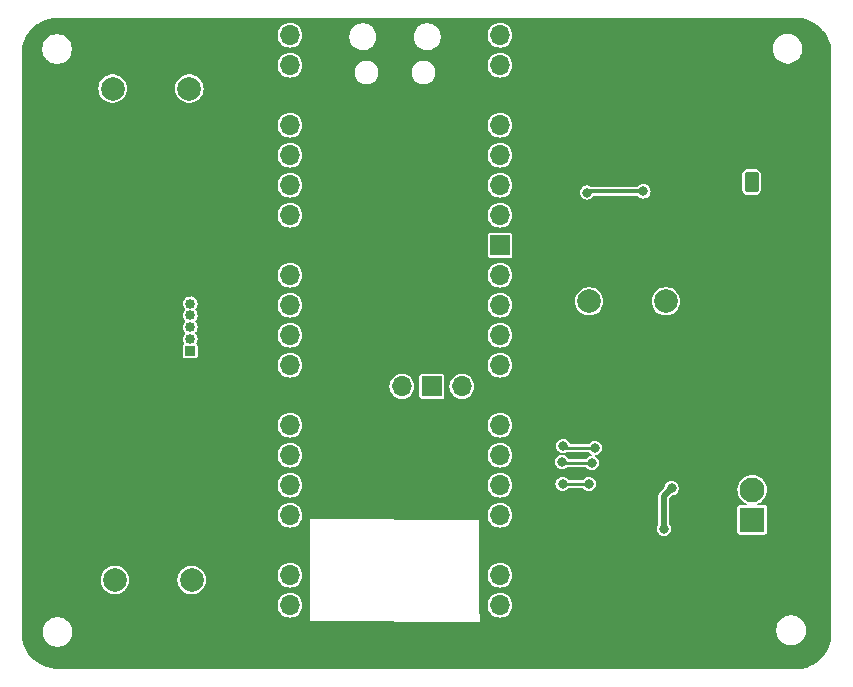
<source format=gbr>
%TF.GenerationSoftware,KiCad,Pcbnew,8.0.6*%
%TF.CreationDate,2024-11-13T18:12:31-06:00*%
%TF.ProjectId,speaker,73706561-6b65-4722-9e6b-696361645f70,rev?*%
%TF.SameCoordinates,Original*%
%TF.FileFunction,Copper,L2,Bot*%
%TF.FilePolarity,Positive*%
%FSLAX46Y46*%
G04 Gerber Fmt 4.6, Leading zero omitted, Abs format (unit mm)*
G04 Created by KiCad (PCBNEW 8.0.6) date 2024-11-13 18:12:31*
%MOMM*%
%LPD*%
G01*
G04 APERTURE LIST*
G04 Aperture macros list*
%AMRoundRect*
0 Rectangle with rounded corners*
0 $1 Rounding radius*
0 $2 $3 $4 $5 $6 $7 $8 $9 X,Y pos of 4 corners*
0 Add a 4 corners polygon primitive as box body*
4,1,4,$2,$3,$4,$5,$6,$7,$8,$9,$2,$3,0*
0 Add four circle primitives for the rounded corners*
1,1,$1+$1,$2,$3*
1,1,$1+$1,$4,$5*
1,1,$1+$1,$6,$7*
1,1,$1+$1,$8,$9*
0 Add four rect primitives between the rounded corners*
20,1,$1+$1,$2,$3,$4,$5,0*
20,1,$1+$1,$4,$5,$6,$7,0*
20,1,$1+$1,$6,$7,$8,$9,0*
20,1,$1+$1,$8,$9,$2,$3,0*%
G04 Aperture macros list end*
%TA.AperFunction,ComponentPad*%
%ADD10O,1.700000X1.700000*%
%TD*%
%TA.AperFunction,ComponentPad*%
%ADD11R,1.700000X1.700000*%
%TD*%
%TA.AperFunction,ComponentPad*%
%ADD12C,2.000000*%
%TD*%
%TA.AperFunction,ComponentPad*%
%ADD13R,2.100000X2.100000*%
%TD*%
%TA.AperFunction,ComponentPad*%
%ADD14C,2.100000*%
%TD*%
%TA.AperFunction,ComponentPad*%
%ADD15R,0.850000X0.850000*%
%TD*%
%TA.AperFunction,ComponentPad*%
%ADD16O,0.850000X0.850000*%
%TD*%
%TA.AperFunction,ComponentPad*%
%ADD17RoundRect,0.250000X0.350000X0.625000X-0.350000X0.625000X-0.350000X-0.625000X0.350000X-0.625000X0*%
%TD*%
%TA.AperFunction,ComponentPad*%
%ADD18O,1.200000X1.750000*%
%TD*%
%TA.AperFunction,ViaPad*%
%ADD19C,0.800000*%
%TD*%
%TA.AperFunction,Conductor*%
%ADD20C,0.500000*%
%TD*%
%TA.AperFunction,Conductor*%
%ADD21C,0.300000*%
%TD*%
%TA.AperFunction,Conductor*%
%ADD22C,0.250000*%
%TD*%
G04 APERTURE END LIST*
D10*
%TO.P,U1,1,GPIO0*%
%TO.N,Net-(U1-GPIO0)*%
X100720000Y-63830000D03*
%TO.P,U1,2,GPIO1*%
%TO.N,unconnected-(U1-GPIO1-Pad2)*%
X100720000Y-66370000D03*
D11*
%TO.P,U1,3,GND*%
%TO.N,GND*%
X100720000Y-68910000D03*
D10*
%TO.P,U1,4,GPIO2*%
%TO.N,unconnected-(U1-GPIO2-Pad4)*%
X100720000Y-71450000D03*
%TO.P,U1,5,GPIO3*%
%TO.N,unconnected-(U1-GPIO3-Pad5)_1*%
X100720000Y-73990000D03*
%TO.P,U1,6,GPIO4*%
%TO.N,unconnected-(U1-GPIO4-Pad6)_1*%
X100720000Y-76530000D03*
%TO.P,U1,7,GPIO5*%
%TO.N,unconnected-(U1-GPIO5-Pad7)*%
X100720000Y-79070000D03*
D11*
%TO.P,U1,8,GND*%
%TO.N,GND*%
X100720000Y-81610000D03*
D10*
%TO.P,U1,9,GPIO6*%
%TO.N,Net-(J1-Pin_5)*%
X100720000Y-84150000D03*
%TO.P,U1,10,GPIO7*%
%TO.N,Net-(J1-Pin_4)*%
X100720000Y-86690000D03*
%TO.P,U1,11,GPIO8*%
%TO.N,Net-(J1-Pin_3)*%
X100720000Y-89230000D03*
%TO.P,U1,12,GPIO9*%
%TO.N,Net-(J1-Pin_2)*%
X100720000Y-91770000D03*
D11*
%TO.P,U1,13,GND*%
%TO.N,GND*%
X100720000Y-94310000D03*
D10*
%TO.P,U1,14,GPIO10*%
%TO.N,Net-(J1-Pin_1)*%
X100720000Y-96850000D03*
%TO.P,U1,15,GPIO11*%
%TO.N,unconnected-(U1-GPIO11-Pad15)*%
X100720000Y-99390000D03*
%TO.P,U1,16,GPIO12*%
%TO.N,unconnected-(U1-GPIO12-Pad16)_1*%
X100720000Y-101930000D03*
%TO.P,U1,17,GPIO13*%
%TO.N,unconnected-(U1-GPIO13-Pad17)_1*%
X100720000Y-104470000D03*
D11*
%TO.P,U1,18,GND*%
%TO.N,GND*%
X100720000Y-107010000D03*
D10*
%TO.P,U1,19,GPIO14*%
%TO.N,unconnected-(U1-GPIO14-Pad19)*%
X100720000Y-109550000D03*
%TO.P,U1,20,GPIO15*%
%TO.N,Net-(U1-GPIO15)*%
X100720000Y-112090000D03*
%TO.P,U1,21,GPIO16*%
%TO.N,unconnected-(U1-GPIO16-Pad21)_1*%
X118500000Y-112090000D03*
%TO.P,U1,22,GPIO17*%
%TO.N,unconnected-(U1-GPIO17-Pad22)*%
X118500000Y-109550000D03*
D11*
%TO.P,U1,23,GND*%
%TO.N,GND*%
X118500000Y-107010000D03*
D10*
%TO.P,U1,24,GPIO18*%
%TO.N,unconnected-(U1-GPIO18-Pad24)*%
X118500000Y-104470000D03*
%TO.P,U1,25,GPIO19*%
%TO.N,/D_in*%
X118500000Y-101930000D03*
%TO.P,U1,26,GPIO20*%
%TO.N,/BCLK*%
X118500000Y-99390000D03*
%TO.P,U1,27,GPIO21*%
%TO.N,/LRCLK*%
X118500000Y-96850000D03*
D11*
%TO.P,U1,28,GND*%
%TO.N,GND*%
X118500000Y-94310000D03*
D10*
%TO.P,U1,29,GPIO22*%
%TO.N,unconnected-(U1-GPIO22-Pad29)_1*%
X118500000Y-91770000D03*
%TO.P,U1,30,RUN*%
%TO.N,unconnected-(U1-RUN-Pad30)*%
X118500000Y-89230000D03*
%TO.P,U1,31,GPIO26_ADC0*%
%TO.N,unconnected-(U1-GPIO26_ADC0-Pad31)*%
X118500000Y-86690000D03*
%TO.P,U1,32,GPIO27_ADC1*%
%TO.N,unconnected-(U1-GPIO27_ADC1-Pad32)_1*%
X118500000Y-84150000D03*
D11*
%TO.P,U1,33,AGND*%
%TO.N,unconnected-(U1-AGND-Pad33)_1*%
X118500000Y-81610000D03*
D10*
%TO.P,U1,34,GPIO28_ADC2*%
%TO.N,unconnected-(U1-GPIO28_ADC2-Pad34)_1*%
X118500000Y-79070000D03*
%TO.P,U1,35,ADC_VREF*%
%TO.N,unconnected-(U1-ADC_VREF-Pad35)*%
X118500000Y-76530000D03*
%TO.P,U1,36,3V3*%
%TO.N,+3V3*%
X118500000Y-73990000D03*
%TO.P,U1,37,3V3_EN*%
%TO.N,/ENABLE*%
X118500000Y-71450000D03*
D11*
%TO.P,U1,38,GND*%
%TO.N,GND*%
X118500000Y-68910000D03*
D10*
%TO.P,U1,39,VSYS*%
%TO.N,VSYS*%
X118500000Y-66370000D03*
%TO.P,U1,40,VBUS*%
%TO.N,VBUS*%
X118500000Y-63830000D03*
%TO.P,U1,41,SWCLK*%
%TO.N,unconnected-(U1-SWCLK-Pad41)*%
X110194100Y-93560000D03*
D11*
%TO.P,U1,42,GND*%
%TO.N,unconnected-(U1-GND-Pad42)*%
X112734100Y-93560000D03*
D10*
%TO.P,U1,43,SWDIO*%
%TO.N,unconnected-(U1-SWDIO-Pad43)*%
X115274100Y-93560000D03*
%TD*%
D12*
%TO.P,On_Off1,1,A*%
%TO.N,GND*%
X132550000Y-90850000D03*
X126050000Y-90850000D03*
%TO.P,On_Off1,2,B*%
%TO.N,Net-(On_Off1-B)*%
X132550000Y-86350000D03*
X126050000Y-86350000D03*
%TD*%
D13*
%TO.P,J3,1,Pin_1*%
%TO.N,Net-(J3-Pin_1)*%
X139850000Y-104850000D03*
D14*
%TO.P,J3,2,Pin_2*%
%TO.N,Net-(J3-Pin_2)*%
X139850000Y-102310000D03*
%TD*%
D12*
%TO.P,Vol_up1,1,A*%
%TO.N,GND*%
X92200000Y-72850000D03*
X85700000Y-72850000D03*
%TO.P,Vol_up1,2,B*%
%TO.N,Net-(U1-GPIO0)*%
X92200000Y-68350000D03*
X85700000Y-68350000D03*
%TD*%
D15*
%TO.P,J1,1,Pin_1*%
%TO.N,Net-(J1-Pin_1)*%
X92275000Y-90550000D03*
D16*
%TO.P,J1,2,Pin_2*%
%TO.N,Net-(J1-Pin_2)*%
X92275000Y-89550000D03*
%TO.P,J1,3,Pin_3*%
%TO.N,Net-(J1-Pin_3)*%
X92275000Y-88549999D03*
%TO.P,J1,4,Pin_4*%
%TO.N,Net-(J1-Pin_4)*%
X92275000Y-87550000D03*
%TO.P,J1,5,Pin_5*%
%TO.N,Net-(J1-Pin_5)*%
X92275000Y-86550000D03*
%TO.P,J1,6,Pin_6*%
%TO.N,GND*%
X92275000Y-85550000D03*
%TD*%
D12*
%TO.P,Vol_down1,1,A*%
%TO.N,GND*%
X85900000Y-105450000D03*
X92400000Y-105450000D03*
%TO.P,Vol_down1,2,B*%
%TO.N,Net-(U1-GPIO15)*%
X85900000Y-109950000D03*
X92400000Y-109950000D03*
%TD*%
D17*
%TO.P,J2,1,Pin_1*%
%TO.N,/V_LOAD*%
X139800000Y-76250000D03*
D18*
%TO.P,J2,2,Pin_2*%
%TO.N,GND*%
X137799999Y-76250000D03*
%TD*%
D19*
%TO.N,GND*%
X125000000Y-110000000D03*
X132500000Y-110000000D03*
X132500000Y-82500000D03*
X125000000Y-95000000D03*
X130000000Y-95000000D03*
%TO.N,+3V3*%
X132367000Y-105627000D03*
X133025500Y-102190500D03*
%TO.N,GND*%
X87500000Y-87500000D03*
X145000000Y-102500000D03*
X132600000Y-66350000D03*
X124400000Y-80800000D03*
X145000000Y-87500000D03*
X95000000Y-80000000D03*
X145000000Y-110000000D03*
X137500000Y-87500000D03*
X128561299Y-100034701D03*
X92500000Y-65000000D03*
X145000000Y-80000000D03*
X124800000Y-69150000D03*
X140000000Y-67500000D03*
X95000000Y-115000000D03*
X87500000Y-95000000D03*
X80000000Y-72750000D03*
X95000000Y-95000000D03*
X137200000Y-64050000D03*
X87500000Y-115000000D03*
X134100000Y-106650000D03*
X145000000Y-67500000D03*
X95000000Y-102500000D03*
X117500000Y-115000000D03*
X145000000Y-95000000D03*
X110000000Y-115000000D03*
X132150000Y-71450000D03*
X102500000Y-115000000D03*
X130750000Y-74700000D03*
X134100000Y-75100000D03*
X140000000Y-115000000D03*
X80000000Y-110000000D03*
X140000000Y-110000000D03*
X131401800Y-108217800D03*
X80000000Y-87500000D03*
X127896600Y-109767200D03*
X140000000Y-72500000D03*
X132500000Y-115000000D03*
X124880000Y-103220000D03*
X85000000Y-65000000D03*
X80000000Y-80000000D03*
X145000000Y-72500000D03*
X125100000Y-72550000D03*
X87500000Y-102500000D03*
X134750000Y-101000000D03*
X125000000Y-115000000D03*
X131550000Y-101800000D03*
X80000000Y-95000000D03*
X80000000Y-102500000D03*
X137500000Y-95000000D03*
X87500000Y-80000000D03*
%TO.N,/ENABLE*%
X130650000Y-77050000D03*
X125850000Y-77150000D03*
%TO.N,/D_in*%
X126017000Y-101817000D03*
X123800000Y-101800000D03*
%TO.N,/LRCLK*%
X126525000Y-98769000D03*
X123850000Y-98600000D03*
%TO.N,/BCLK*%
X123750000Y-99950000D03*
X126271000Y-100039000D03*
%TD*%
D20*
%TO.N,+3V3*%
X133025500Y-102190500D02*
X132367000Y-102849000D01*
X132367000Y-102849000D02*
X132367000Y-105627000D01*
D21*
%TO.N,/ENABLE*%
X130650000Y-77050000D02*
X126300000Y-77050000D01*
X125950000Y-77050000D02*
X125850000Y-77150000D01*
X126300000Y-77050000D02*
X125950000Y-77050000D01*
D22*
%TO.N,/D_in*%
X125991600Y-101842400D02*
X126017000Y-101817000D01*
X126017000Y-101817000D02*
X126000000Y-101800000D01*
X126000000Y-101800000D02*
X123800000Y-101800000D01*
%TO.N,/LRCLK*%
X124019000Y-98769000D02*
X123850000Y-98600000D01*
X126525000Y-98769000D02*
X124019000Y-98769000D01*
%TO.N,/BCLK*%
X126271000Y-100039000D02*
X123839000Y-100039000D01*
X123839000Y-100039000D02*
X123750000Y-99950000D01*
%TD*%
%TA.AperFunction,Conductor*%
%TO.N,GND*%
G36*
X143549213Y-62339911D02*
G01*
X143723715Y-62342460D01*
X143731450Y-62342979D01*
X144079061Y-62384726D01*
X144087742Y-62386299D01*
X144427384Y-62469074D01*
X144435810Y-62471670D01*
X144763138Y-62594348D01*
X144771213Y-62597938D01*
X145081578Y-62758772D01*
X145089161Y-62763296D01*
X145378133Y-62959991D01*
X145385115Y-62965379D01*
X145648586Y-63195143D01*
X145654880Y-63201332D01*
X145795348Y-63357004D01*
X145889057Y-63460855D01*
X145894576Y-63467760D01*
X146096129Y-63753346D01*
X146100786Y-63760860D01*
X146266856Y-64068460D01*
X146270583Y-64076475D01*
X146398780Y-64401660D01*
X146401526Y-64410063D01*
X146490038Y-64748237D01*
X146491761Y-64756907D01*
X146539389Y-65103748D01*
X146540040Y-65111472D01*
X146545561Y-65285746D01*
X146545597Y-65287732D01*
X146549999Y-66199792D01*
X146550000Y-66200149D01*
X146550000Y-114502262D01*
X146549993Y-114503299D01*
X146547693Y-114667351D01*
X146547235Y-114674599D01*
X146510446Y-115001113D01*
X146509056Y-115009294D01*
X146436054Y-115329138D01*
X146433756Y-115337113D01*
X146325406Y-115646757D01*
X146322231Y-115654423D01*
X146179889Y-115950000D01*
X146175875Y-115957263D01*
X146001336Y-116235040D01*
X145996534Y-116241808D01*
X145791990Y-116498299D01*
X145786460Y-116504487D01*
X145554487Y-116736460D01*
X145548299Y-116741990D01*
X145291808Y-116946534D01*
X145285040Y-116951336D01*
X145007263Y-117125875D01*
X145000000Y-117129889D01*
X144704423Y-117272231D01*
X144696757Y-117275406D01*
X144387113Y-117383756D01*
X144379138Y-117386054D01*
X144059294Y-117459056D01*
X144051113Y-117460446D01*
X143724599Y-117497235D01*
X143717351Y-117497693D01*
X143553331Y-117499992D01*
X143552235Y-117499999D01*
X81019786Y-117450000D01*
X81018847Y-117449993D01*
X80854805Y-117447780D01*
X80847519Y-117447322D01*
X80521006Y-117410537D01*
X80512824Y-117409147D01*
X80192975Y-117336147D01*
X80185001Y-117333850D01*
X79875332Y-117225496D01*
X79867665Y-117222320D01*
X79572081Y-117079978D01*
X79564818Y-117075964D01*
X79287029Y-116901421D01*
X79280261Y-116896619D01*
X79023754Y-116692064D01*
X79017567Y-116686534D01*
X78785586Y-116454557D01*
X78780056Y-116448369D01*
X78575507Y-116191874D01*
X78570705Y-116185107D01*
X78396158Y-115907322D01*
X78392143Y-115900059D01*
X78249790Y-115604463D01*
X78246615Y-115596796D01*
X78215854Y-115508886D01*
X78138259Y-115287136D01*
X78135966Y-115279178D01*
X78062957Y-114959304D01*
X78061570Y-114951142D01*
X78024779Y-114624621D01*
X78024322Y-114617321D01*
X78022144Y-114453168D01*
X78022139Y-114452484D01*
X78022106Y-114251582D01*
X79799500Y-114251582D01*
X79799500Y-114448417D01*
X79830290Y-114642823D01*
X79830293Y-114642836D01*
X79891113Y-114830019D01*
X79980475Y-115005404D01*
X80088308Y-115153823D01*
X80096172Y-115164646D01*
X80235354Y-115303828D01*
X80394595Y-115419524D01*
X80569975Y-115508884D01*
X80569977Y-115508884D01*
X80569980Y-115508886D01*
X80757163Y-115569706D01*
X80757169Y-115569707D01*
X80757174Y-115569709D01*
X80886780Y-115590236D01*
X80951582Y-115600500D01*
X80951583Y-115600500D01*
X81148418Y-115600500D01*
X81197019Y-115592802D01*
X81342826Y-115569709D01*
X81342833Y-115569706D01*
X81342836Y-115569706D01*
X81530019Y-115508886D01*
X81530019Y-115508885D01*
X81530025Y-115508884D01*
X81705405Y-115419524D01*
X81864646Y-115303828D01*
X82003828Y-115164646D01*
X82119524Y-115005405D01*
X82208884Y-114830025D01*
X82259385Y-114674599D01*
X82269706Y-114642836D01*
X82269706Y-114642833D01*
X82269709Y-114642826D01*
X82300500Y-114448417D01*
X82300500Y-114251583D01*
X82276742Y-114101582D01*
X141899500Y-114101582D01*
X141899500Y-114298417D01*
X141930290Y-114492823D01*
X141930293Y-114492836D01*
X141991113Y-114680019D01*
X142080475Y-114855404D01*
X142192283Y-115009294D01*
X142196172Y-115014646D01*
X142335354Y-115153828D01*
X142494595Y-115269524D01*
X142669975Y-115358884D01*
X142669977Y-115358884D01*
X142669980Y-115358886D01*
X142857163Y-115419706D01*
X142857169Y-115419707D01*
X142857174Y-115419709D01*
X142986780Y-115440236D01*
X143051582Y-115450500D01*
X143051583Y-115450500D01*
X143248418Y-115450500D01*
X143297019Y-115442802D01*
X143442826Y-115419709D01*
X143442833Y-115419706D01*
X143442836Y-115419706D01*
X143630019Y-115358886D01*
X143630019Y-115358885D01*
X143630025Y-115358884D01*
X143805405Y-115269524D01*
X143964646Y-115153828D01*
X144103828Y-115014646D01*
X144219524Y-114855405D01*
X144308884Y-114680025D01*
X144369709Y-114492826D01*
X144400500Y-114298417D01*
X144400500Y-114101583D01*
X144369709Y-113907174D01*
X144369707Y-113907169D01*
X144369706Y-113907163D01*
X144308886Y-113719980D01*
X144308884Y-113719977D01*
X144308884Y-113719975D01*
X144219524Y-113544595D01*
X144150358Y-113449397D01*
X144103831Y-113385358D01*
X144103830Y-113385357D01*
X144103828Y-113385354D01*
X143964646Y-113246172D01*
X143964643Y-113246169D01*
X143964641Y-113246168D01*
X143805404Y-113130475D01*
X143630019Y-113041113D01*
X143442836Y-112980293D01*
X143442823Y-112980290D01*
X143248418Y-112949500D01*
X143248417Y-112949500D01*
X143051583Y-112949500D01*
X143051582Y-112949500D01*
X142857176Y-112980290D01*
X142857163Y-112980293D01*
X142669980Y-113041113D01*
X142494595Y-113130475D01*
X142335358Y-113246168D01*
X142196168Y-113385358D01*
X142080475Y-113544595D01*
X141991113Y-113719980D01*
X141930293Y-113907163D01*
X141930290Y-113907176D01*
X141899500Y-114101582D01*
X82276742Y-114101582D01*
X82269709Y-114057174D01*
X82269707Y-114057169D01*
X82269706Y-114057163D01*
X82208886Y-113869980D01*
X82208884Y-113869977D01*
X82208884Y-113869975D01*
X82119524Y-113694595D01*
X82003828Y-113535354D01*
X81864646Y-113396172D01*
X81864643Y-113396169D01*
X81864641Y-113396168D01*
X81705404Y-113280475D01*
X81530019Y-113191113D01*
X81342836Y-113130293D01*
X81342823Y-113130290D01*
X81148418Y-113099500D01*
X81148417Y-113099500D01*
X80951583Y-113099500D01*
X80951582Y-113099500D01*
X80757176Y-113130290D01*
X80757163Y-113130293D01*
X80569980Y-113191113D01*
X80394595Y-113280475D01*
X80235358Y-113396168D01*
X80096168Y-113535358D01*
X79980475Y-113694595D01*
X79891113Y-113869980D01*
X79830293Y-114057163D01*
X79830290Y-114057176D01*
X79799500Y-114251582D01*
X78022106Y-114251582D01*
X78021753Y-112090000D01*
X99664417Y-112090000D01*
X99684700Y-112295934D01*
X99744768Y-112493954D01*
X99842315Y-112676450D01*
X99973590Y-112836410D01*
X100133550Y-112967685D01*
X100316046Y-113065232D01*
X100514066Y-113125300D01*
X100720000Y-113145583D01*
X100925934Y-113125300D01*
X101123954Y-113065232D01*
X101306450Y-112967685D01*
X101466410Y-112836410D01*
X101597685Y-112676450D01*
X101695232Y-112493954D01*
X101755300Y-112295934D01*
X101775583Y-112090000D01*
X101755300Y-111884066D01*
X101695232Y-111686046D01*
X101597685Y-111503550D01*
X101466410Y-111343590D01*
X101306450Y-111212315D01*
X101123954Y-111114768D01*
X101012158Y-111080855D01*
X100925935Y-111054700D01*
X100720000Y-111034417D01*
X100514064Y-111054700D01*
X100341616Y-111107011D01*
X100333024Y-111109618D01*
X100316043Y-111114769D01*
X100133549Y-111212315D01*
X99973590Y-111343589D01*
X99973589Y-111343590D01*
X99842315Y-111503549D01*
X99744769Y-111686043D01*
X99684700Y-111884064D01*
X99684700Y-111884066D01*
X99664417Y-112090000D01*
X78021753Y-112090000D01*
X78021404Y-109949996D01*
X84694357Y-109949996D01*
X84694357Y-109950003D01*
X84714883Y-110171524D01*
X84714885Y-110171537D01*
X84750414Y-110296410D01*
X84775771Y-110385528D01*
X84796763Y-110427685D01*
X84874942Y-110584690D01*
X84874944Y-110584693D01*
X85006356Y-110758710D01*
X85009019Y-110762236D01*
X85173438Y-110912124D01*
X85362599Y-111029247D01*
X85570060Y-111109618D01*
X85788757Y-111150500D01*
X86011243Y-111150500D01*
X86229940Y-111109618D01*
X86437401Y-111029247D01*
X86626562Y-110912124D01*
X86790981Y-110762236D01*
X86925058Y-110584689D01*
X87024229Y-110385528D01*
X87085115Y-110171536D01*
X87091009Y-110107927D01*
X87105643Y-109950003D01*
X87105643Y-109949996D01*
X91194357Y-109949996D01*
X91194357Y-109950003D01*
X91214883Y-110171524D01*
X91214885Y-110171537D01*
X91250414Y-110296410D01*
X91275771Y-110385528D01*
X91296763Y-110427685D01*
X91374942Y-110584690D01*
X91374944Y-110584693D01*
X91506356Y-110758710D01*
X91509019Y-110762236D01*
X91673438Y-110912124D01*
X91862599Y-111029247D01*
X92070060Y-111109618D01*
X92288757Y-111150500D01*
X92511243Y-111150500D01*
X92729940Y-111109618D01*
X92937401Y-111029247D01*
X93126562Y-110912124D01*
X93290981Y-110762236D01*
X93425058Y-110584689D01*
X93524229Y-110385528D01*
X93585115Y-110171536D01*
X93591009Y-110107927D01*
X93605643Y-109950003D01*
X93605643Y-109949996D01*
X93585116Y-109728475D01*
X93585115Y-109728464D01*
X93534338Y-109550000D01*
X99664417Y-109550000D01*
X99684700Y-109755934D01*
X99744768Y-109953954D01*
X99842315Y-110136450D01*
X99973590Y-110296410D01*
X100133550Y-110427685D01*
X100316046Y-110525232D01*
X100514066Y-110585300D01*
X100720000Y-110605583D01*
X100925934Y-110585300D01*
X101123954Y-110525232D01*
X101306450Y-110427685D01*
X101466410Y-110296410D01*
X101597685Y-110136450D01*
X101695232Y-109953954D01*
X101755300Y-109755934D01*
X101775583Y-109550000D01*
X101755300Y-109344066D01*
X101695232Y-109146046D01*
X101597685Y-108963550D01*
X101466410Y-108803590D01*
X101306450Y-108672315D01*
X101123954Y-108574768D01*
X101012158Y-108540855D01*
X100925935Y-108514700D01*
X100720000Y-108494417D01*
X100514064Y-108514700D01*
X100316043Y-108574769D01*
X100133549Y-108672315D01*
X99973590Y-108803589D01*
X99973589Y-108803590D01*
X99842315Y-108963549D01*
X99744769Y-109146043D01*
X99684700Y-109344064D01*
X99684700Y-109344066D01*
X99664417Y-109550000D01*
X93534338Y-109550000D01*
X93524229Y-109514472D01*
X93425058Y-109315311D01*
X93425057Y-109315310D01*
X93425057Y-109315309D01*
X93425055Y-109315306D01*
X93290983Y-109137767D01*
X93290981Y-109137764D01*
X93126562Y-108987876D01*
X92937401Y-108870753D01*
X92876168Y-108847031D01*
X92729942Y-108790382D01*
X92511246Y-108749500D01*
X92511243Y-108749500D01*
X92288757Y-108749500D01*
X92288753Y-108749500D01*
X92070057Y-108790382D01*
X91862604Y-108870751D01*
X91862599Y-108870753D01*
X91862594Y-108870755D01*
X91862594Y-108870756D01*
X91673440Y-108987874D01*
X91509016Y-109137767D01*
X91374944Y-109315306D01*
X91374942Y-109315309D01*
X91275771Y-109514472D01*
X91275769Y-109514477D01*
X91214885Y-109728462D01*
X91214883Y-109728475D01*
X91194357Y-109949996D01*
X87105643Y-109949996D01*
X87085116Y-109728475D01*
X87085115Y-109728464D01*
X87024229Y-109514472D01*
X86925058Y-109315311D01*
X86925057Y-109315310D01*
X86925057Y-109315309D01*
X86925055Y-109315306D01*
X86790983Y-109137767D01*
X86790981Y-109137764D01*
X86626562Y-108987876D01*
X86437401Y-108870753D01*
X86376168Y-108847031D01*
X86229942Y-108790382D01*
X86011246Y-108749500D01*
X86011243Y-108749500D01*
X85788757Y-108749500D01*
X85788753Y-108749500D01*
X85570057Y-108790382D01*
X85362604Y-108870751D01*
X85362599Y-108870753D01*
X85362594Y-108870755D01*
X85362594Y-108870756D01*
X85173440Y-108987874D01*
X85009016Y-109137767D01*
X84874944Y-109315306D01*
X84874942Y-109315309D01*
X84775771Y-109514472D01*
X84775769Y-109514477D01*
X84714885Y-109728462D01*
X84714883Y-109728475D01*
X84694357Y-109949996D01*
X78021404Y-109949996D01*
X78020510Y-104470000D01*
X99664417Y-104470000D01*
X99684700Y-104675934D01*
X99744768Y-104873954D01*
X99842315Y-105056450D01*
X99973590Y-105216410D01*
X100133550Y-105347685D01*
X100316046Y-105445232D01*
X100514066Y-105505300D01*
X100720000Y-105525583D01*
X100925934Y-105505300D01*
X101123954Y-105445232D01*
X101306450Y-105347685D01*
X101466410Y-105216410D01*
X101597685Y-105056450D01*
X101695232Y-104873954D01*
X101729012Y-104762596D01*
X102418267Y-104762596D01*
X102443666Y-113449396D01*
X102443667Y-113449397D01*
X116769266Y-113525597D01*
X116769265Y-113525596D01*
X116769267Y-113525597D01*
X116765069Y-112090000D01*
X117444417Y-112090000D01*
X117464700Y-112295934D01*
X117524768Y-112493954D01*
X117622315Y-112676450D01*
X117753590Y-112836410D01*
X117913550Y-112967685D01*
X118096046Y-113065232D01*
X118294066Y-113125300D01*
X118500000Y-113145583D01*
X118705934Y-113125300D01*
X118903954Y-113065232D01*
X119086450Y-112967685D01*
X119246410Y-112836410D01*
X119377685Y-112676450D01*
X119475232Y-112493954D01*
X119535300Y-112295934D01*
X119555583Y-112090000D01*
X119535300Y-111884066D01*
X119475232Y-111686046D01*
X119377685Y-111503550D01*
X119246410Y-111343590D01*
X119086450Y-111212315D01*
X118903954Y-111114768D01*
X118792158Y-111080855D01*
X118705935Y-111054700D01*
X118500000Y-111034417D01*
X118294064Y-111054700D01*
X118121616Y-111107011D01*
X118113024Y-111109618D01*
X118096043Y-111114769D01*
X117913549Y-111212315D01*
X117753590Y-111343589D01*
X117753589Y-111343590D01*
X117622315Y-111503549D01*
X117524769Y-111686043D01*
X117464700Y-111884064D01*
X117464700Y-111884066D01*
X117444417Y-112090000D01*
X116765069Y-112090000D01*
X116757642Y-109550000D01*
X117444417Y-109550000D01*
X117464700Y-109755934D01*
X117524768Y-109953954D01*
X117622315Y-110136450D01*
X117753590Y-110296410D01*
X117913550Y-110427685D01*
X118096046Y-110525232D01*
X118294066Y-110585300D01*
X118500000Y-110605583D01*
X118705934Y-110585300D01*
X118903954Y-110525232D01*
X119086450Y-110427685D01*
X119246410Y-110296410D01*
X119377685Y-110136450D01*
X119475232Y-109953954D01*
X119535300Y-109755934D01*
X119555583Y-109550000D01*
X119535300Y-109344066D01*
X119475232Y-109146046D01*
X119377685Y-108963550D01*
X119246410Y-108803590D01*
X119086450Y-108672315D01*
X118903954Y-108574768D01*
X118792158Y-108540855D01*
X118705935Y-108514700D01*
X118500000Y-108494417D01*
X118294064Y-108514700D01*
X118096043Y-108574769D01*
X117913549Y-108672315D01*
X117753590Y-108803589D01*
X117753589Y-108803590D01*
X117622315Y-108963549D01*
X117524769Y-109146043D01*
X117464700Y-109344064D01*
X117464700Y-109344066D01*
X117444417Y-109550000D01*
X116757642Y-109550000D01*
X116746172Y-105627000D01*
X131761318Y-105627000D01*
X131781955Y-105783760D01*
X131781955Y-105783761D01*
X131842464Y-105929841D01*
X131938715Y-106055279D01*
X131938720Y-106055284D01*
X131982487Y-106088867D01*
X132064159Y-106151536D01*
X132210238Y-106212044D01*
X132367000Y-106232682D01*
X132523762Y-106212044D01*
X132669841Y-106151536D01*
X132795282Y-106055282D01*
X132891536Y-105929841D01*
X132952044Y-105783762D01*
X132972682Y-105627000D01*
X132952044Y-105470238D01*
X132891536Y-105324159D01*
X132877932Y-105306430D01*
X132832792Y-105247601D01*
X132817500Y-105202553D01*
X132817500Y-103066255D01*
X132839174Y-103013929D01*
X132915464Y-102937639D01*
X133043923Y-102809179D01*
X133086589Y-102788139D01*
X133182262Y-102775544D01*
X133328341Y-102715036D01*
X133453782Y-102618782D01*
X133550036Y-102493341D01*
X133610544Y-102347262D01*
X133615450Y-102309994D01*
X138594723Y-102309994D01*
X138594723Y-102310005D01*
X138613792Y-102527974D01*
X138613793Y-102527980D01*
X138670422Y-102739322D01*
X138670424Y-102739326D01*
X138670425Y-102739330D01*
X138762898Y-102937639D01*
X138888402Y-103116877D01*
X139043123Y-103271598D01*
X139222361Y-103397102D01*
X139353887Y-103458434D01*
X139392150Y-103500191D01*
X139389680Y-103556774D01*
X139347922Y-103595037D01*
X139322613Y-103599500D01*
X138780252Y-103599500D01*
X138751010Y-103605316D01*
X138721767Y-103611133D01*
X138655449Y-103655447D01*
X138655447Y-103655449D01*
X138611133Y-103721767D01*
X138599500Y-103780253D01*
X138599500Y-105919746D01*
X138611133Y-105978232D01*
X138640608Y-106022343D01*
X138655448Y-106044552D01*
X138699560Y-106074027D01*
X138721767Y-106088866D01*
X138721768Y-106088866D01*
X138721769Y-106088867D01*
X138780252Y-106100500D01*
X138780254Y-106100500D01*
X140919746Y-106100500D01*
X140919748Y-106100500D01*
X140978231Y-106088867D01*
X141044552Y-106044552D01*
X141088867Y-105978231D01*
X141100500Y-105919748D01*
X141100500Y-103780252D01*
X141088867Y-103721769D01*
X141044552Y-103655448D01*
X141022343Y-103640608D01*
X140978232Y-103611133D01*
X140978233Y-103611133D01*
X140948989Y-103605316D01*
X140919748Y-103599500D01*
X140377387Y-103599500D01*
X140325061Y-103577826D01*
X140303387Y-103525500D01*
X140325061Y-103473174D01*
X140346110Y-103458434D01*
X140477639Y-103397102D01*
X140656877Y-103271598D01*
X140811598Y-103116877D01*
X140937102Y-102937639D01*
X141029575Y-102739330D01*
X141086207Y-102527977D01*
X141096906Y-102405681D01*
X141105277Y-102310005D01*
X141105277Y-102309994D01*
X141086207Y-102092025D01*
X141086206Y-102092019D01*
X141029577Y-101880677D01*
X141029576Y-101880676D01*
X141029575Y-101880670D01*
X140937102Y-101682362D01*
X140811598Y-101503123D01*
X140656877Y-101348402D01*
X140656874Y-101348400D01*
X140656875Y-101348400D01*
X140576989Y-101292464D01*
X140477639Y-101222898D01*
X140279330Y-101130425D01*
X140279326Y-101130424D01*
X140279322Y-101130422D01*
X140067980Y-101073793D01*
X140067974Y-101073792D01*
X139850005Y-101054723D01*
X139849995Y-101054723D01*
X139632025Y-101073792D01*
X139632019Y-101073793D01*
X139420677Y-101130422D01*
X139420670Y-101130424D01*
X139420670Y-101130425D01*
X139222362Y-101222898D01*
X139209426Y-101231956D01*
X139043122Y-101348402D01*
X138888402Y-101503122D01*
X138872353Y-101526043D01*
X138762898Y-101682362D01*
X138700115Y-101817000D01*
X138670427Y-101880666D01*
X138670422Y-101880677D01*
X138613793Y-102092019D01*
X138613792Y-102092025D01*
X138594723Y-102309994D01*
X133615450Y-102309994D01*
X133631182Y-102190500D01*
X133610544Y-102033738D01*
X133550036Y-101887659D01*
X133453782Y-101762218D01*
X133453779Y-101762215D01*
X133328341Y-101665964D01*
X133182261Y-101605455D01*
X133025500Y-101584818D01*
X132868739Y-101605455D01*
X132868738Y-101605455D01*
X132722658Y-101665964D01*
X132597220Y-101762215D01*
X132597215Y-101762220D01*
X132500964Y-101887658D01*
X132440455Y-102033738D01*
X132427859Y-102129410D01*
X132406818Y-102172076D01*
X132006509Y-102572387D01*
X131947201Y-102675111D01*
X131947200Y-102675114D01*
X131943431Y-102689177D01*
X131943432Y-102689178D01*
X131916500Y-102789691D01*
X131916500Y-105202553D01*
X131901208Y-105247601D01*
X131842464Y-105324158D01*
X131781955Y-105470238D01*
X131781955Y-105470239D01*
X131761318Y-105627000D01*
X116746172Y-105627000D01*
X116743867Y-104838797D01*
X116743866Y-104838796D01*
X102418267Y-104762596D01*
X101729012Y-104762596D01*
X101755300Y-104675934D01*
X101775583Y-104470000D01*
X117444417Y-104470000D01*
X117464700Y-104675934D01*
X117524768Y-104873954D01*
X117622315Y-105056450D01*
X117753590Y-105216410D01*
X117913550Y-105347685D01*
X118096046Y-105445232D01*
X118294066Y-105505300D01*
X118500000Y-105525583D01*
X118705934Y-105505300D01*
X118903954Y-105445232D01*
X119086450Y-105347685D01*
X119246410Y-105216410D01*
X119377685Y-105056450D01*
X119475232Y-104873954D01*
X119535300Y-104675934D01*
X119555583Y-104470000D01*
X119535300Y-104264066D01*
X119475232Y-104066046D01*
X119377685Y-103883550D01*
X119246410Y-103723590D01*
X119163379Y-103655449D01*
X119086450Y-103592315D01*
X118903956Y-103494769D01*
X118903955Y-103494768D01*
X118903954Y-103494768D01*
X118784172Y-103458433D01*
X118705935Y-103434700D01*
X118500000Y-103414417D01*
X118294064Y-103434700D01*
X118096043Y-103494769D01*
X117913549Y-103592315D01*
X117753590Y-103723589D01*
X117753589Y-103723590D01*
X117622315Y-103883549D01*
X117524769Y-104066043D01*
X117464700Y-104264064D01*
X117464700Y-104264066D01*
X117444417Y-104470000D01*
X101775583Y-104470000D01*
X101755300Y-104264066D01*
X101695232Y-104066046D01*
X101597685Y-103883550D01*
X101466410Y-103723590D01*
X101383379Y-103655449D01*
X101306450Y-103592315D01*
X101123956Y-103494769D01*
X101123955Y-103494768D01*
X101123954Y-103494768D01*
X101004172Y-103458433D01*
X100925935Y-103434700D01*
X100720000Y-103414417D01*
X100514064Y-103434700D01*
X100316043Y-103494769D01*
X100133549Y-103592315D01*
X99973590Y-103723589D01*
X99973589Y-103723590D01*
X99842315Y-103883549D01*
X99744769Y-104066043D01*
X99684700Y-104264064D01*
X99684700Y-104264066D01*
X99664417Y-104470000D01*
X78020510Y-104470000D01*
X78020095Y-101930000D01*
X99664417Y-101930000D01*
X99684700Y-102135935D01*
X99690275Y-102154314D01*
X99737503Y-102310005D01*
X99744769Y-102333956D01*
X99842315Y-102516450D01*
X99972525Y-102675113D01*
X99973590Y-102676410D01*
X100133550Y-102807685D01*
X100316046Y-102905232D01*
X100514066Y-102965300D01*
X100720000Y-102985583D01*
X100925934Y-102965300D01*
X101123954Y-102905232D01*
X101306450Y-102807685D01*
X101466410Y-102676410D01*
X101597685Y-102516450D01*
X101695232Y-102333954D01*
X101755300Y-102135934D01*
X101775583Y-101930000D01*
X117444417Y-101930000D01*
X117464700Y-102135935D01*
X117470275Y-102154314D01*
X117517503Y-102310005D01*
X117524769Y-102333956D01*
X117622315Y-102516450D01*
X117752525Y-102675113D01*
X117753590Y-102676410D01*
X117913550Y-102807685D01*
X118096046Y-102905232D01*
X118294066Y-102965300D01*
X118500000Y-102985583D01*
X118705934Y-102965300D01*
X118903954Y-102905232D01*
X119086450Y-102807685D01*
X119246410Y-102676410D01*
X119377685Y-102516450D01*
X119475232Y-102333954D01*
X119535300Y-102135934D01*
X119555583Y-101930000D01*
X119542779Y-101800000D01*
X123194318Y-101800000D01*
X123214955Y-101956760D01*
X123214955Y-101956761D01*
X123275464Y-102102841D01*
X123371715Y-102228279D01*
X123371720Y-102228284D01*
X123393875Y-102245284D01*
X123497159Y-102324536D01*
X123643238Y-102385044D01*
X123800000Y-102405682D01*
X123956762Y-102385044D01*
X124102841Y-102324536D01*
X124228282Y-102228282D01*
X124271410Y-102172076D01*
X124284934Y-102154452D01*
X124333983Y-102126133D01*
X124343642Y-102125500D01*
X125460314Y-102125500D01*
X125512640Y-102147174D01*
X125519022Y-102154452D01*
X125588717Y-102245281D01*
X125588722Y-102245286D01*
X125673060Y-102310000D01*
X125714159Y-102341536D01*
X125860238Y-102402044D01*
X126017000Y-102422682D01*
X126173762Y-102402044D01*
X126319841Y-102341536D01*
X126445282Y-102245282D01*
X126541536Y-102119841D01*
X126602044Y-101973762D01*
X126622682Y-101817000D01*
X126602044Y-101660238D01*
X126541536Y-101514159D01*
X126445282Y-101388718D01*
X126445279Y-101388715D01*
X126319841Y-101292464D01*
X126173761Y-101231955D01*
X126017000Y-101211318D01*
X125860239Y-101231955D01*
X125860238Y-101231955D01*
X125714158Y-101292464D01*
X125588722Y-101388713D01*
X125588717Y-101388718D01*
X125545111Y-101445548D01*
X125496062Y-101473867D01*
X125486403Y-101474500D01*
X124343642Y-101474500D01*
X124291316Y-101452826D01*
X124284934Y-101445548D01*
X124228284Y-101371720D01*
X124228279Y-101371715D01*
X124102841Y-101275464D01*
X123956761Y-101214955D01*
X123800000Y-101194318D01*
X123643239Y-101214955D01*
X123643238Y-101214955D01*
X123497158Y-101275464D01*
X123371720Y-101371715D01*
X123371715Y-101371720D01*
X123275464Y-101497158D01*
X123214955Y-101643238D01*
X123214955Y-101643239D01*
X123194318Y-101800000D01*
X119542779Y-101800000D01*
X119535300Y-101724066D01*
X119475232Y-101526046D01*
X119377685Y-101343550D01*
X119246410Y-101183590D01*
X119086450Y-101052315D01*
X118903954Y-100954768D01*
X118792158Y-100920855D01*
X118705935Y-100894700D01*
X118500000Y-100874417D01*
X118294064Y-100894700D01*
X118096043Y-100954769D01*
X117913549Y-101052315D01*
X117753590Y-101183589D01*
X117753589Y-101183590D01*
X117622315Y-101343549D01*
X117524769Y-101526043D01*
X117464700Y-101724064D01*
X117444417Y-101930000D01*
X101775583Y-101930000D01*
X101755300Y-101724066D01*
X101695232Y-101526046D01*
X101597685Y-101343550D01*
X101466410Y-101183590D01*
X101306450Y-101052315D01*
X101123954Y-100954768D01*
X101012158Y-100920855D01*
X100925935Y-100894700D01*
X100720000Y-100874417D01*
X100514064Y-100894700D01*
X100316043Y-100954769D01*
X100133549Y-101052315D01*
X99973590Y-101183589D01*
X99973589Y-101183590D01*
X99842315Y-101343549D01*
X99744769Y-101526043D01*
X99684700Y-101724064D01*
X99664417Y-101930000D01*
X78020095Y-101930000D01*
X78019681Y-99390000D01*
X99664417Y-99390000D01*
X99684700Y-99595935D01*
X99710855Y-99682158D01*
X99744768Y-99793954D01*
X99842315Y-99976450D01*
X99973590Y-100136410D01*
X100133550Y-100267685D01*
X100316046Y-100365232D01*
X100514066Y-100425300D01*
X100720000Y-100445583D01*
X100925934Y-100425300D01*
X101123954Y-100365232D01*
X101306450Y-100267685D01*
X101466410Y-100136410D01*
X101597685Y-99976450D01*
X101695232Y-99793954D01*
X101755300Y-99595934D01*
X101775583Y-99390000D01*
X117444417Y-99390000D01*
X117464700Y-99595935D01*
X117490855Y-99682158D01*
X117524768Y-99793954D01*
X117622315Y-99976450D01*
X117753590Y-100136410D01*
X117913550Y-100267685D01*
X118096046Y-100365232D01*
X118294066Y-100425300D01*
X118500000Y-100445583D01*
X118705934Y-100425300D01*
X118903954Y-100365232D01*
X119086450Y-100267685D01*
X119246410Y-100136410D01*
X119377685Y-99976450D01*
X119391823Y-99950000D01*
X123144318Y-99950000D01*
X123164955Y-100106760D01*
X123164955Y-100106761D01*
X123225464Y-100252841D01*
X123321715Y-100378279D01*
X123321720Y-100378284D01*
X123332003Y-100386174D01*
X123447159Y-100474536D01*
X123593238Y-100535044D01*
X123750000Y-100555682D01*
X123906762Y-100535044D01*
X124052841Y-100474536D01*
X124176314Y-100379791D01*
X124221362Y-100364500D01*
X125727358Y-100364500D01*
X125779684Y-100386174D01*
X125786066Y-100393452D01*
X125842715Y-100467279D01*
X125842720Y-100467284D01*
X125926345Y-100531451D01*
X125968159Y-100563536D01*
X126114238Y-100624044D01*
X126271000Y-100644682D01*
X126427762Y-100624044D01*
X126573841Y-100563536D01*
X126699282Y-100467282D01*
X126795536Y-100341841D01*
X126856044Y-100195762D01*
X126876682Y-100039000D01*
X126856044Y-99882238D01*
X126795536Y-99736159D01*
X126727244Y-99647159D01*
X126699284Y-99610720D01*
X126699279Y-99610715D01*
X126573840Y-99514463D01*
X126561135Y-99509200D01*
X126521088Y-99469150D01*
X126521090Y-99412513D01*
X126561140Y-99372466D01*
X126579792Y-99367468D01*
X126681762Y-99354044D01*
X126827841Y-99293536D01*
X126953282Y-99197282D01*
X127049536Y-99071841D01*
X127110044Y-98925762D01*
X127130682Y-98769000D01*
X127110044Y-98612238D01*
X127049536Y-98466159D01*
X126953282Y-98340718D01*
X126953279Y-98340715D01*
X126827841Y-98244464D01*
X126681761Y-98183955D01*
X126525000Y-98163318D01*
X126368239Y-98183955D01*
X126368238Y-98183955D01*
X126222158Y-98244464D01*
X126096720Y-98340715D01*
X126096715Y-98340720D01*
X126040066Y-98414548D01*
X125991017Y-98442867D01*
X125981358Y-98443500D01*
X124484598Y-98443500D01*
X124432272Y-98421826D01*
X124416231Y-98397819D01*
X124398370Y-98354700D01*
X124374536Y-98297159D01*
X124278282Y-98171718D01*
X124278279Y-98171715D01*
X124152841Y-98075464D01*
X124006761Y-98014955D01*
X123850000Y-97994318D01*
X123693239Y-98014955D01*
X123693238Y-98014955D01*
X123547158Y-98075464D01*
X123421720Y-98171715D01*
X123421715Y-98171720D01*
X123325464Y-98297158D01*
X123264955Y-98443238D01*
X123264955Y-98443239D01*
X123244318Y-98600000D01*
X123264955Y-98756760D01*
X123264955Y-98756761D01*
X123325464Y-98902841D01*
X123421715Y-99028279D01*
X123421720Y-99028284D01*
X123478485Y-99071841D01*
X123547159Y-99124536D01*
X123693238Y-99185044D01*
X123850000Y-99205682D01*
X124006762Y-99185044D01*
X124152841Y-99124536D01*
X124172056Y-99109791D01*
X124217104Y-99094500D01*
X125981358Y-99094500D01*
X126033684Y-99116174D01*
X126040066Y-99123452D01*
X126096715Y-99197279D01*
X126096720Y-99197284D01*
X126107665Y-99205682D01*
X126222159Y-99293536D01*
X126231206Y-99297283D01*
X126234862Y-99298798D01*
X126274910Y-99338847D01*
X126274910Y-99395484D01*
X126234861Y-99435532D01*
X126216202Y-99440532D01*
X126114239Y-99453955D01*
X126114238Y-99453955D01*
X125968158Y-99514464D01*
X125842720Y-99610715D01*
X125842715Y-99610720D01*
X125786066Y-99684548D01*
X125737017Y-99712867D01*
X125727358Y-99713500D01*
X124351460Y-99713500D01*
X124299134Y-99691826D01*
X124283093Y-99667818D01*
X124274536Y-99647160D01*
X124274534Y-99647156D01*
X124178284Y-99521720D01*
X124178279Y-99521715D01*
X124052841Y-99425464D01*
X123906761Y-99364955D01*
X123750000Y-99344318D01*
X123593239Y-99364955D01*
X123593238Y-99364955D01*
X123447158Y-99425464D01*
X123321720Y-99521715D01*
X123321715Y-99521720D01*
X123225464Y-99647158D01*
X123164955Y-99793238D01*
X123164955Y-99793239D01*
X123144318Y-99950000D01*
X119391823Y-99950000D01*
X119475232Y-99793954D01*
X119535300Y-99595934D01*
X119555583Y-99390000D01*
X119535300Y-99184066D01*
X119475232Y-98986046D01*
X119377685Y-98803550D01*
X119246410Y-98643590D01*
X119208208Y-98612239D01*
X119086450Y-98512315D01*
X118903956Y-98414769D01*
X118903955Y-98414768D01*
X118903954Y-98414768D01*
X118792158Y-98380855D01*
X118705935Y-98354700D01*
X118500000Y-98334417D01*
X118294064Y-98354700D01*
X118151920Y-98397819D01*
X118096772Y-98414548D01*
X118096043Y-98414769D01*
X117913549Y-98512315D01*
X117753590Y-98643589D01*
X117753589Y-98643590D01*
X117622315Y-98803549D01*
X117524769Y-98986043D01*
X117464700Y-99184064D01*
X117444417Y-99390000D01*
X101775583Y-99390000D01*
X101755300Y-99184066D01*
X101695232Y-98986046D01*
X101597685Y-98803550D01*
X101466410Y-98643590D01*
X101428208Y-98612239D01*
X101306450Y-98512315D01*
X101123956Y-98414769D01*
X101123955Y-98414768D01*
X101123954Y-98414768D01*
X101012158Y-98380855D01*
X100925935Y-98354700D01*
X100720000Y-98334417D01*
X100514064Y-98354700D01*
X100371920Y-98397819D01*
X100316772Y-98414548D01*
X100316043Y-98414769D01*
X100133549Y-98512315D01*
X99973590Y-98643589D01*
X99973589Y-98643590D01*
X99842315Y-98803549D01*
X99744769Y-98986043D01*
X99684700Y-99184064D01*
X99664417Y-99390000D01*
X78019681Y-99390000D01*
X78019266Y-96850000D01*
X99664417Y-96850000D01*
X99684700Y-97055934D01*
X99744768Y-97253954D01*
X99842315Y-97436450D01*
X99973590Y-97596410D01*
X100133550Y-97727685D01*
X100316046Y-97825232D01*
X100514066Y-97885300D01*
X100720000Y-97905583D01*
X100925934Y-97885300D01*
X101123954Y-97825232D01*
X101306450Y-97727685D01*
X101466410Y-97596410D01*
X101597685Y-97436450D01*
X101695232Y-97253954D01*
X101755300Y-97055934D01*
X101775583Y-96850000D01*
X117444417Y-96850000D01*
X117464700Y-97055934D01*
X117524768Y-97253954D01*
X117622315Y-97436450D01*
X117753590Y-97596410D01*
X117913550Y-97727685D01*
X118096046Y-97825232D01*
X118294066Y-97885300D01*
X118500000Y-97905583D01*
X118705934Y-97885300D01*
X118903954Y-97825232D01*
X119086450Y-97727685D01*
X119246410Y-97596410D01*
X119377685Y-97436450D01*
X119475232Y-97253954D01*
X119535300Y-97055934D01*
X119555583Y-96850000D01*
X119535300Y-96644066D01*
X119475232Y-96446046D01*
X119377685Y-96263550D01*
X119246410Y-96103590D01*
X119086450Y-95972315D01*
X118903954Y-95874768D01*
X118792158Y-95840855D01*
X118705935Y-95814700D01*
X118500000Y-95794417D01*
X118294064Y-95814700D01*
X118096043Y-95874769D01*
X117913549Y-95972315D01*
X117753590Y-96103589D01*
X117753589Y-96103590D01*
X117622315Y-96263549D01*
X117524769Y-96446043D01*
X117464700Y-96644064D01*
X117464700Y-96644066D01*
X117444417Y-96850000D01*
X101775583Y-96850000D01*
X101755300Y-96644066D01*
X101695232Y-96446046D01*
X101597685Y-96263550D01*
X101466410Y-96103590D01*
X101306450Y-95972315D01*
X101123954Y-95874768D01*
X101012158Y-95840855D01*
X100925935Y-95814700D01*
X100720000Y-95794417D01*
X100514064Y-95814700D01*
X100316043Y-95874769D01*
X100133549Y-95972315D01*
X99973590Y-96103589D01*
X99973589Y-96103590D01*
X99842315Y-96263549D01*
X99744769Y-96446043D01*
X99684700Y-96644064D01*
X99684700Y-96644066D01*
X99664417Y-96850000D01*
X78019266Y-96850000D01*
X78018729Y-93560000D01*
X109138517Y-93560000D01*
X109158800Y-93765934D01*
X109218868Y-93963954D01*
X109316415Y-94146450D01*
X109447690Y-94306410D01*
X109607650Y-94437685D01*
X109790146Y-94535232D01*
X109988166Y-94595300D01*
X110194100Y-94615583D01*
X110400034Y-94595300D01*
X110598054Y-94535232D01*
X110780550Y-94437685D01*
X110940510Y-94306410D01*
X111071785Y-94146450D01*
X111169332Y-93963954D01*
X111229400Y-93765934D01*
X111249683Y-93560000D01*
X111229400Y-93354066D01*
X111169332Y-93156046D01*
X111071785Y-92973550D01*
X110940510Y-92813590D01*
X110930407Y-92805299D01*
X110790223Y-92690253D01*
X111683600Y-92690253D01*
X111683600Y-94429746D01*
X111695233Y-94488232D01*
X111724708Y-94532343D01*
X111739548Y-94554552D01*
X111783660Y-94584027D01*
X111805867Y-94598866D01*
X111805868Y-94598866D01*
X111805869Y-94598867D01*
X111864352Y-94610500D01*
X111864354Y-94610500D01*
X113603846Y-94610500D01*
X113603848Y-94610500D01*
X113662331Y-94598867D01*
X113728652Y-94554552D01*
X113772967Y-94488231D01*
X113784600Y-94429748D01*
X113784600Y-93560000D01*
X114218517Y-93560000D01*
X114238800Y-93765934D01*
X114298868Y-93963954D01*
X114396415Y-94146450D01*
X114527690Y-94306410D01*
X114687650Y-94437685D01*
X114870146Y-94535232D01*
X115068166Y-94595300D01*
X115274100Y-94615583D01*
X115480034Y-94595300D01*
X115678054Y-94535232D01*
X115860550Y-94437685D01*
X116020510Y-94306410D01*
X116151785Y-94146450D01*
X116249332Y-93963954D01*
X116309400Y-93765934D01*
X116329683Y-93560000D01*
X116309400Y-93354066D01*
X116249332Y-93156046D01*
X116151785Y-92973550D01*
X116020510Y-92813590D01*
X116010407Y-92805299D01*
X115860550Y-92682315D01*
X115678056Y-92584769D01*
X115678055Y-92584768D01*
X115678054Y-92584768D01*
X115566258Y-92550855D01*
X115480035Y-92524700D01*
X115274100Y-92504417D01*
X115068164Y-92524700D01*
X114870143Y-92584769D01*
X114687649Y-92682315D01*
X114527690Y-92813589D01*
X114527689Y-92813590D01*
X114396415Y-92973549D01*
X114298869Y-93156043D01*
X114238800Y-93354064D01*
X114238800Y-93354066D01*
X114218517Y-93560000D01*
X113784600Y-93560000D01*
X113784600Y-92690252D01*
X113772967Y-92631769D01*
X113728652Y-92565448D01*
X113706443Y-92550608D01*
X113662332Y-92521133D01*
X113662333Y-92521133D01*
X113633089Y-92515316D01*
X113603848Y-92509500D01*
X111864352Y-92509500D01*
X111835110Y-92515316D01*
X111805867Y-92521133D01*
X111739549Y-92565447D01*
X111739547Y-92565449D01*
X111695233Y-92631767D01*
X111683600Y-92690253D01*
X110790223Y-92690253D01*
X110780550Y-92682315D01*
X110598056Y-92584769D01*
X110598055Y-92584768D01*
X110598054Y-92584768D01*
X110486258Y-92550855D01*
X110400035Y-92524700D01*
X110194100Y-92504417D01*
X109988164Y-92524700D01*
X109790143Y-92584769D01*
X109607649Y-92682315D01*
X109447690Y-92813589D01*
X109447689Y-92813590D01*
X109316415Y-92973549D01*
X109218869Y-93156043D01*
X109158800Y-93354064D01*
X109158800Y-93354066D01*
X109138517Y-93560000D01*
X78018729Y-93560000D01*
X78018437Y-91770000D01*
X99664417Y-91770000D01*
X99684700Y-91975935D01*
X99744769Y-92173956D01*
X99842315Y-92356450D01*
X99963747Y-92504417D01*
X99973590Y-92516410D01*
X100133550Y-92647685D01*
X100316046Y-92745232D01*
X100514066Y-92805300D01*
X100720000Y-92825583D01*
X100925934Y-92805300D01*
X101123954Y-92745232D01*
X101306450Y-92647685D01*
X101466410Y-92516410D01*
X101597685Y-92356450D01*
X101695232Y-92173954D01*
X101755300Y-91975934D01*
X101775583Y-91770000D01*
X117444417Y-91770000D01*
X117464700Y-91975935D01*
X117524769Y-92173956D01*
X117622315Y-92356450D01*
X117743747Y-92504417D01*
X117753590Y-92516410D01*
X117913550Y-92647685D01*
X118096046Y-92745232D01*
X118294066Y-92805300D01*
X118500000Y-92825583D01*
X118705934Y-92805300D01*
X118903954Y-92745232D01*
X119086450Y-92647685D01*
X119246410Y-92516410D01*
X119377685Y-92356450D01*
X119475232Y-92173954D01*
X119535300Y-91975934D01*
X119555583Y-91770000D01*
X119535300Y-91564066D01*
X119475232Y-91366046D01*
X119377685Y-91183550D01*
X119246410Y-91023590D01*
X119086450Y-90892315D01*
X118903954Y-90794768D01*
X118792158Y-90760855D01*
X118705935Y-90734700D01*
X118500000Y-90714417D01*
X118294064Y-90734700D01*
X118096043Y-90794769D01*
X117913549Y-90892315D01*
X117753590Y-91023589D01*
X117753589Y-91023590D01*
X117622315Y-91183549D01*
X117524769Y-91366043D01*
X117464700Y-91564064D01*
X117444417Y-91770000D01*
X101775583Y-91770000D01*
X101755300Y-91564066D01*
X101695232Y-91366046D01*
X101597685Y-91183550D01*
X101466410Y-91023590D01*
X101306450Y-90892315D01*
X101123954Y-90794768D01*
X101012158Y-90760855D01*
X100925935Y-90734700D01*
X100720000Y-90714417D01*
X100514064Y-90734700D01*
X100316043Y-90794769D01*
X100133549Y-90892315D01*
X99973590Y-91023589D01*
X99973589Y-91023590D01*
X99842315Y-91183549D01*
X99744769Y-91366043D01*
X99684700Y-91564064D01*
X99664417Y-91770000D01*
X78018437Y-91770000D01*
X78017585Y-86549996D01*
X91644906Y-86549996D01*
X91644906Y-86550003D01*
X91663214Y-86700790D01*
X91717078Y-86842818D01*
X91803368Y-86967830D01*
X91833597Y-86994611D01*
X91858390Y-87045533D01*
X91839914Y-87099072D01*
X91833597Y-87105389D01*
X91803368Y-87132169D01*
X91717078Y-87257181D01*
X91663214Y-87399209D01*
X91644906Y-87549996D01*
X91644906Y-87550003D01*
X91663214Y-87700790D01*
X91717078Y-87842818D01*
X91717079Y-87842819D01*
X91803367Y-87967829D01*
X91803369Y-87967831D01*
X91803370Y-87967833D01*
X91833595Y-87994610D01*
X91858389Y-88045531D01*
X91839913Y-88099070D01*
X91833596Y-88105388D01*
X91803368Y-88132168D01*
X91717078Y-88257180D01*
X91663214Y-88399208D01*
X91644906Y-88549995D01*
X91644906Y-88550002D01*
X91663214Y-88700789D01*
X91717078Y-88842817D01*
X91803368Y-88967829D01*
X91833597Y-88994610D01*
X91858390Y-89045532D01*
X91839914Y-89099071D01*
X91833598Y-89105387D01*
X91803368Y-89132169D01*
X91717078Y-89257181D01*
X91663214Y-89399209D01*
X91644906Y-89549996D01*
X91644906Y-89550003D01*
X91663214Y-89700790D01*
X91717079Y-89842820D01*
X91717081Y-89842823D01*
X91735744Y-89869861D01*
X91747632Y-89925236D01*
X91716881Y-89972798D01*
X91716013Y-89973388D01*
X91705449Y-89980447D01*
X91705448Y-89980448D01*
X91705447Y-89980449D01*
X91661133Y-90046767D01*
X91649500Y-90105253D01*
X91649500Y-90994746D01*
X91661133Y-91053232D01*
X91690608Y-91097343D01*
X91705448Y-91119552D01*
X91749560Y-91149027D01*
X91771767Y-91163866D01*
X91771768Y-91163866D01*
X91771769Y-91163867D01*
X91830252Y-91175500D01*
X91830254Y-91175500D01*
X92719746Y-91175500D01*
X92719748Y-91175500D01*
X92778231Y-91163867D01*
X92844552Y-91119552D01*
X92888867Y-91053231D01*
X92900500Y-90994748D01*
X92900500Y-90105252D01*
X92888867Y-90046769D01*
X92844552Y-89980448D01*
X92834039Y-89973423D01*
X92802576Y-89926331D01*
X92813628Y-89870782D01*
X92814173Y-89869978D01*
X92832921Y-89842819D01*
X92886785Y-89700791D01*
X92905094Y-89550000D01*
X92886785Y-89399209D01*
X92832921Y-89257181D01*
X92814159Y-89230000D01*
X99664417Y-89230000D01*
X99684700Y-89435934D01*
X99744768Y-89633954D01*
X99842315Y-89816450D01*
X99973590Y-89976410D01*
X100133550Y-90107685D01*
X100316046Y-90205232D01*
X100514066Y-90265300D01*
X100720000Y-90285583D01*
X100925934Y-90265300D01*
X101123954Y-90205232D01*
X101306450Y-90107685D01*
X101466410Y-89976410D01*
X101597685Y-89816450D01*
X101695232Y-89633954D01*
X101755300Y-89435934D01*
X101775583Y-89230000D01*
X117444417Y-89230000D01*
X117464700Y-89435934D01*
X117524768Y-89633954D01*
X117622315Y-89816450D01*
X117753590Y-89976410D01*
X117913550Y-90107685D01*
X118096046Y-90205232D01*
X118294066Y-90265300D01*
X118500000Y-90285583D01*
X118705934Y-90265300D01*
X118903954Y-90205232D01*
X119086450Y-90107685D01*
X119246410Y-89976410D01*
X119377685Y-89816450D01*
X119475232Y-89633954D01*
X119535300Y-89435934D01*
X119555583Y-89230000D01*
X119535300Y-89024066D01*
X119475232Y-88826046D01*
X119377685Y-88643550D01*
X119246410Y-88483590D01*
X119086450Y-88352315D01*
X118903956Y-88254769D01*
X118903955Y-88254768D01*
X118903954Y-88254768D01*
X118792158Y-88220855D01*
X118705935Y-88194700D01*
X118500000Y-88174417D01*
X118294064Y-88194700D01*
X118096043Y-88254769D01*
X117913549Y-88352315D01*
X117753590Y-88483589D01*
X117753589Y-88483590D01*
X117622315Y-88643549D01*
X117524769Y-88826043D01*
X117464700Y-89024064D01*
X117444417Y-89230000D01*
X101775583Y-89230000D01*
X101755300Y-89024066D01*
X101695232Y-88826046D01*
X101597685Y-88643550D01*
X101466410Y-88483590D01*
X101306450Y-88352315D01*
X101123956Y-88254769D01*
X101123955Y-88254768D01*
X101123954Y-88254768D01*
X101012158Y-88220855D01*
X100925935Y-88194700D01*
X100720000Y-88174417D01*
X100514064Y-88194700D01*
X100316043Y-88254769D01*
X100133549Y-88352315D01*
X99973590Y-88483589D01*
X99973589Y-88483590D01*
X99842315Y-88643549D01*
X99744769Y-88826043D01*
X99684700Y-89024064D01*
X99664417Y-89230000D01*
X92814159Y-89230000D01*
X92746632Y-89132170D01*
X92746631Y-89132169D01*
X92746630Y-89132167D01*
X92716403Y-89105389D01*
X92691609Y-89054467D01*
X92710084Y-89000928D01*
X92716403Y-88994609D01*
X92746632Y-88967829D01*
X92832921Y-88842818D01*
X92886785Y-88700790D01*
X92905094Y-88549999D01*
X92886785Y-88399208D01*
X92832921Y-88257180D01*
X92746632Y-88132169D01*
X92716402Y-88105388D01*
X92691609Y-88054467D01*
X92710084Y-88000928D01*
X92716392Y-87994619D01*
X92746632Y-87967830D01*
X92832921Y-87842819D01*
X92886785Y-87700791D01*
X92902947Y-87567684D01*
X92905094Y-87550003D01*
X92905094Y-87549996D01*
X92886785Y-87399209D01*
X92832921Y-87257181D01*
X92746632Y-87132170D01*
X92716403Y-87105390D01*
X92691609Y-87054468D01*
X92710084Y-87000929D01*
X92716403Y-86994610D01*
X92727597Y-86984693D01*
X92746632Y-86967830D01*
X92832921Y-86842819D01*
X92886785Y-86700791D01*
X92888095Y-86690000D01*
X99664417Y-86690000D01*
X99684700Y-86895935D01*
X99744769Y-87093956D01*
X99842315Y-87276450D01*
X99967711Y-87429247D01*
X99973590Y-87436410D01*
X100133550Y-87567685D01*
X100316046Y-87665232D01*
X100514066Y-87725300D01*
X100720000Y-87745583D01*
X100925934Y-87725300D01*
X101123954Y-87665232D01*
X101306450Y-87567685D01*
X101466410Y-87436410D01*
X101597685Y-87276450D01*
X101695232Y-87093954D01*
X101755300Y-86895934D01*
X101775583Y-86690000D01*
X117444417Y-86690000D01*
X117464700Y-86895935D01*
X117524769Y-87093956D01*
X117622315Y-87276450D01*
X117747711Y-87429247D01*
X117753590Y-87436410D01*
X117913550Y-87567685D01*
X118096046Y-87665232D01*
X118294066Y-87725300D01*
X118500000Y-87745583D01*
X118705934Y-87725300D01*
X118903954Y-87665232D01*
X119086450Y-87567685D01*
X119246410Y-87436410D01*
X119377685Y-87276450D01*
X119475232Y-87093954D01*
X119535300Y-86895934D01*
X119555583Y-86690000D01*
X119535300Y-86484066D01*
X119494631Y-86349996D01*
X124844357Y-86349996D01*
X124844357Y-86350003D01*
X124864883Y-86571524D01*
X124864885Y-86571537D01*
X124925769Y-86785522D01*
X124925771Y-86785527D01*
X125024942Y-86984690D01*
X125024944Y-86984693D01*
X125136314Y-87132170D01*
X125159019Y-87162236D01*
X125323438Y-87312124D01*
X125512599Y-87429247D01*
X125720060Y-87509618D01*
X125938757Y-87550500D01*
X126161243Y-87550500D01*
X126379940Y-87509618D01*
X126587401Y-87429247D01*
X126776562Y-87312124D01*
X126940981Y-87162236D01*
X127075058Y-86984689D01*
X127174229Y-86785528D01*
X127235115Y-86571536D01*
X127255643Y-86350000D01*
X127255643Y-86349996D01*
X131344357Y-86349996D01*
X131344357Y-86350003D01*
X131364883Y-86571524D01*
X131364885Y-86571537D01*
X131425769Y-86785522D01*
X131425771Y-86785527D01*
X131524942Y-86984690D01*
X131524944Y-86984693D01*
X131636314Y-87132170D01*
X131659019Y-87162236D01*
X131823438Y-87312124D01*
X132012599Y-87429247D01*
X132220060Y-87509618D01*
X132438757Y-87550500D01*
X132661243Y-87550500D01*
X132879940Y-87509618D01*
X133087401Y-87429247D01*
X133276562Y-87312124D01*
X133440981Y-87162236D01*
X133575058Y-86984689D01*
X133674229Y-86785528D01*
X133735115Y-86571536D01*
X133755643Y-86350000D01*
X133735115Y-86128464D01*
X133674229Y-85914472D01*
X133575058Y-85715311D01*
X133575057Y-85715310D01*
X133575057Y-85715309D01*
X133575055Y-85715306D01*
X133440983Y-85537767D01*
X133440981Y-85537764D01*
X133276562Y-85387876D01*
X133087401Y-85270753D01*
X133026168Y-85247031D01*
X132879942Y-85190382D01*
X132661246Y-85149500D01*
X132661243Y-85149500D01*
X132438757Y-85149500D01*
X132438753Y-85149500D01*
X132220057Y-85190382D01*
X132012604Y-85270751D01*
X132012599Y-85270753D01*
X132012594Y-85270755D01*
X132012594Y-85270756D01*
X131823440Y-85387874D01*
X131659016Y-85537767D01*
X131524944Y-85715306D01*
X131524942Y-85715309D01*
X131425771Y-85914472D01*
X131425769Y-85914477D01*
X131364885Y-86128462D01*
X131364883Y-86128475D01*
X131344357Y-86349996D01*
X127255643Y-86349996D01*
X127235115Y-86128464D01*
X127174229Y-85914472D01*
X127075058Y-85715311D01*
X127075057Y-85715310D01*
X127075057Y-85715309D01*
X127075055Y-85715306D01*
X126940983Y-85537767D01*
X126940981Y-85537764D01*
X126776562Y-85387876D01*
X126587401Y-85270753D01*
X126526168Y-85247031D01*
X126379942Y-85190382D01*
X126161246Y-85149500D01*
X126161243Y-85149500D01*
X125938757Y-85149500D01*
X125938753Y-85149500D01*
X125720057Y-85190382D01*
X125512604Y-85270751D01*
X125512599Y-85270753D01*
X125512594Y-85270755D01*
X125512594Y-85270756D01*
X125323440Y-85387874D01*
X125159016Y-85537767D01*
X125024944Y-85715306D01*
X125024942Y-85715309D01*
X124925771Y-85914472D01*
X124925769Y-85914477D01*
X124864885Y-86128462D01*
X124864883Y-86128475D01*
X124844357Y-86349996D01*
X119494631Y-86349996D01*
X119475232Y-86286046D01*
X119377685Y-86103550D01*
X119246410Y-85943590D01*
X119210935Y-85914477D01*
X119086450Y-85812315D01*
X118903956Y-85714769D01*
X118903955Y-85714768D01*
X118903954Y-85714768D01*
X118792158Y-85680855D01*
X118705935Y-85654700D01*
X118500000Y-85634417D01*
X118294064Y-85654700D01*
X118096043Y-85714769D01*
X117913549Y-85812315D01*
X117753590Y-85943589D01*
X117753589Y-85943590D01*
X117622315Y-86103549D01*
X117524769Y-86286043D01*
X117464700Y-86484064D01*
X117444417Y-86690000D01*
X101775583Y-86690000D01*
X101755300Y-86484066D01*
X101695232Y-86286046D01*
X101597685Y-86103550D01*
X101466410Y-85943590D01*
X101430935Y-85914477D01*
X101306450Y-85812315D01*
X101123956Y-85714769D01*
X101123955Y-85714768D01*
X101123954Y-85714768D01*
X101012158Y-85680855D01*
X100925935Y-85654700D01*
X100720000Y-85634417D01*
X100514064Y-85654700D01*
X100316043Y-85714769D01*
X100133549Y-85812315D01*
X99973590Y-85943589D01*
X99973589Y-85943590D01*
X99842315Y-86103549D01*
X99744769Y-86286043D01*
X99684700Y-86484064D01*
X99664417Y-86690000D01*
X92888095Y-86690000D01*
X92905094Y-86550000D01*
X92897088Y-86484066D01*
X92886785Y-86399209D01*
X92832921Y-86257181D01*
X92746632Y-86132170D01*
X92742449Y-86128464D01*
X92632934Y-86031443D01*
X92632932Y-86031442D01*
X92632930Y-86031440D01*
X92498437Y-85960853D01*
X92498434Y-85960852D01*
X92350949Y-85924500D01*
X92199051Y-85924500D01*
X92051562Y-85960853D01*
X91917069Y-86031440D01*
X91803367Y-86132170D01*
X91717078Y-86257181D01*
X91663214Y-86399209D01*
X91644906Y-86549996D01*
X78017585Y-86549996D01*
X78017193Y-84150000D01*
X99664417Y-84150000D01*
X99684700Y-84355934D01*
X99744768Y-84553954D01*
X99842315Y-84736450D01*
X99973590Y-84896410D01*
X100133550Y-85027685D01*
X100316046Y-85125232D01*
X100514066Y-85185300D01*
X100720000Y-85205583D01*
X100925934Y-85185300D01*
X101123954Y-85125232D01*
X101306450Y-85027685D01*
X101466410Y-84896410D01*
X101597685Y-84736450D01*
X101695232Y-84553954D01*
X101755300Y-84355934D01*
X101775583Y-84150000D01*
X117444417Y-84150000D01*
X117464700Y-84355934D01*
X117524768Y-84553954D01*
X117622315Y-84736450D01*
X117753590Y-84896410D01*
X117913550Y-85027685D01*
X118096046Y-85125232D01*
X118294066Y-85185300D01*
X118500000Y-85205583D01*
X118705934Y-85185300D01*
X118903954Y-85125232D01*
X119086450Y-85027685D01*
X119246410Y-84896410D01*
X119377685Y-84736450D01*
X119475232Y-84553954D01*
X119535300Y-84355934D01*
X119555583Y-84150000D01*
X119535300Y-83944066D01*
X119475232Y-83746046D01*
X119377685Y-83563550D01*
X119246410Y-83403590D01*
X119086450Y-83272315D01*
X118903954Y-83174768D01*
X118792158Y-83140855D01*
X118705935Y-83114700D01*
X118500000Y-83094417D01*
X118294064Y-83114700D01*
X118096043Y-83174769D01*
X117913549Y-83272315D01*
X117753590Y-83403589D01*
X117753589Y-83403590D01*
X117622315Y-83563549D01*
X117524769Y-83746043D01*
X117464700Y-83944064D01*
X117464700Y-83944066D01*
X117444417Y-84150000D01*
X101775583Y-84150000D01*
X101755300Y-83944066D01*
X101695232Y-83746046D01*
X101597685Y-83563550D01*
X101466410Y-83403590D01*
X101306450Y-83272315D01*
X101123954Y-83174768D01*
X101012158Y-83140855D01*
X100925935Y-83114700D01*
X100720000Y-83094417D01*
X100514064Y-83114700D01*
X100316043Y-83174769D01*
X100133549Y-83272315D01*
X99973590Y-83403589D01*
X99973589Y-83403590D01*
X99842315Y-83563549D01*
X99744769Y-83746043D01*
X99684700Y-83944064D01*
X99684700Y-83944066D01*
X99664417Y-84150000D01*
X78017193Y-84150000D01*
X78016637Y-80740253D01*
X117449500Y-80740253D01*
X117449500Y-82479746D01*
X117461133Y-82538232D01*
X117490608Y-82582343D01*
X117505448Y-82604552D01*
X117549560Y-82634027D01*
X117571767Y-82648866D01*
X117571768Y-82648866D01*
X117571769Y-82648867D01*
X117630252Y-82660500D01*
X117630254Y-82660500D01*
X119369746Y-82660500D01*
X119369748Y-82660500D01*
X119428231Y-82648867D01*
X119494552Y-82604552D01*
X119538867Y-82538231D01*
X119550500Y-82479748D01*
X119550500Y-80740252D01*
X119538867Y-80681769D01*
X119494552Y-80615448D01*
X119472343Y-80600608D01*
X119428232Y-80571133D01*
X119428233Y-80571133D01*
X119398989Y-80565316D01*
X119369748Y-80559500D01*
X117630252Y-80559500D01*
X117601010Y-80565316D01*
X117571767Y-80571133D01*
X117505449Y-80615447D01*
X117505447Y-80615449D01*
X117461133Y-80681767D01*
X117449500Y-80740253D01*
X78016637Y-80740253D01*
X78016364Y-79070000D01*
X99664417Y-79070000D01*
X99684700Y-79275934D01*
X99744768Y-79473954D01*
X99842315Y-79656450D01*
X99973590Y-79816410D01*
X100133550Y-79947685D01*
X100316046Y-80045232D01*
X100514066Y-80105300D01*
X100720000Y-80125583D01*
X100925934Y-80105300D01*
X101123954Y-80045232D01*
X101306450Y-79947685D01*
X101466410Y-79816410D01*
X101597685Y-79656450D01*
X101695232Y-79473954D01*
X101755300Y-79275934D01*
X101775583Y-79070000D01*
X117444417Y-79070000D01*
X117464700Y-79275934D01*
X117524768Y-79473954D01*
X117622315Y-79656450D01*
X117753590Y-79816410D01*
X117913550Y-79947685D01*
X118096046Y-80045232D01*
X118294066Y-80105300D01*
X118500000Y-80125583D01*
X118705934Y-80105300D01*
X118903954Y-80045232D01*
X119086450Y-79947685D01*
X119246410Y-79816410D01*
X119377685Y-79656450D01*
X119475232Y-79473954D01*
X119535300Y-79275934D01*
X119555583Y-79070000D01*
X119535300Y-78864066D01*
X119475232Y-78666046D01*
X119377685Y-78483550D01*
X119246410Y-78323590D01*
X119086450Y-78192315D01*
X118903954Y-78094768D01*
X118792158Y-78060855D01*
X118705935Y-78034700D01*
X118500000Y-78014417D01*
X118294064Y-78034700D01*
X118096043Y-78094769D01*
X117913549Y-78192315D01*
X117753590Y-78323589D01*
X117753589Y-78323590D01*
X117622315Y-78483549D01*
X117524769Y-78666043D01*
X117464700Y-78864064D01*
X117464700Y-78864066D01*
X117444417Y-79070000D01*
X101775583Y-79070000D01*
X101755300Y-78864066D01*
X101695232Y-78666046D01*
X101597685Y-78483550D01*
X101466410Y-78323590D01*
X101306450Y-78192315D01*
X101123954Y-78094768D01*
X101012158Y-78060855D01*
X100925935Y-78034700D01*
X100720000Y-78014417D01*
X100514064Y-78034700D01*
X100316043Y-78094769D01*
X100133549Y-78192315D01*
X99973590Y-78323589D01*
X99973589Y-78323590D01*
X99842315Y-78483549D01*
X99744769Y-78666043D01*
X99684700Y-78864064D01*
X99684700Y-78864066D01*
X99664417Y-79070000D01*
X78016364Y-79070000D01*
X78015950Y-76530000D01*
X99664417Y-76530000D01*
X99684700Y-76735935D01*
X99688105Y-76747159D01*
X99744768Y-76933954D01*
X99842315Y-77116450D01*
X99973590Y-77276410D01*
X100133550Y-77407685D01*
X100316046Y-77505232D01*
X100514066Y-77565300D01*
X100720000Y-77585583D01*
X100925934Y-77565300D01*
X101123954Y-77505232D01*
X101306450Y-77407685D01*
X101466410Y-77276410D01*
X101597685Y-77116450D01*
X101695232Y-76933954D01*
X101755300Y-76735934D01*
X101775583Y-76530000D01*
X117444417Y-76530000D01*
X117464700Y-76735935D01*
X117468105Y-76747159D01*
X117524768Y-76933954D01*
X117622315Y-77116450D01*
X117753590Y-77276410D01*
X117913550Y-77407685D01*
X118096046Y-77505232D01*
X118294066Y-77565300D01*
X118500000Y-77585583D01*
X118705934Y-77565300D01*
X118903954Y-77505232D01*
X119086450Y-77407685D01*
X119246410Y-77276410D01*
X119350151Y-77150000D01*
X125244318Y-77150000D01*
X125264955Y-77306760D01*
X125264955Y-77306761D01*
X125325464Y-77452841D01*
X125421715Y-77578279D01*
X125421720Y-77578284D01*
X125495692Y-77635044D01*
X125547159Y-77674536D01*
X125693238Y-77735044D01*
X125850000Y-77755682D01*
X126006762Y-77735044D01*
X126152841Y-77674536D01*
X126278282Y-77578282D01*
X126374536Y-77452841D01*
X126377294Y-77446181D01*
X126417341Y-77406134D01*
X126445661Y-77400500D01*
X130125541Y-77400500D01*
X130177867Y-77422174D01*
X130184249Y-77429452D01*
X130221715Y-77478279D01*
X130221720Y-77478284D01*
X130256837Y-77505230D01*
X130347159Y-77574536D01*
X130493238Y-77635044D01*
X130650000Y-77655682D01*
X130806762Y-77635044D01*
X130952841Y-77574536D01*
X131078282Y-77478282D01*
X131174536Y-77352841D01*
X131235044Y-77206762D01*
X131255682Y-77050000D01*
X131235044Y-76893238D01*
X131174536Y-76747159D01*
X131126232Y-76684208D01*
X131078284Y-76621720D01*
X131078279Y-76621715D01*
X130952841Y-76525464D01*
X130806761Y-76464955D01*
X130650000Y-76444318D01*
X130493239Y-76464955D01*
X130493238Y-76464955D01*
X130347158Y-76525464D01*
X130221720Y-76621715D01*
X130221715Y-76621720D01*
X130184249Y-76670548D01*
X130135200Y-76698867D01*
X130125541Y-76699500D01*
X126274446Y-76699500D01*
X126229398Y-76684208D01*
X126152841Y-76625464D01*
X126006761Y-76564955D01*
X125850000Y-76544318D01*
X125693239Y-76564955D01*
X125693238Y-76564955D01*
X125547158Y-76625464D01*
X125421720Y-76721715D01*
X125421715Y-76721720D01*
X125325464Y-76847158D01*
X125264955Y-76993238D01*
X125264955Y-76993239D01*
X125244318Y-77150000D01*
X119350151Y-77150000D01*
X119377685Y-77116450D01*
X119475232Y-76933954D01*
X119535300Y-76735934D01*
X119555583Y-76530000D01*
X119535300Y-76324066D01*
X119475232Y-76126046D01*
X119377685Y-75943550D01*
X119246410Y-75783590D01*
X119086450Y-75652315D01*
X118933824Y-75570734D01*
X138999500Y-75570734D01*
X138999500Y-76929266D01*
X139002354Y-76959699D01*
X139002354Y-76959701D01*
X139002355Y-76959704D01*
X139047206Y-77087881D01*
X139047207Y-77087883D01*
X139127846Y-77197146D01*
X139127853Y-77197153D01*
X139237116Y-77277792D01*
X139237118Y-77277793D01*
X139365295Y-77322644D01*
X139365301Y-77322646D01*
X139395734Y-77325500D01*
X139395741Y-77325500D01*
X140204258Y-77325500D01*
X140204266Y-77325500D01*
X140234699Y-77322646D01*
X140362882Y-77277793D01*
X140472150Y-77197150D01*
X140552793Y-77087882D01*
X140597646Y-76959699D01*
X140600500Y-76929266D01*
X140600500Y-75570734D01*
X140597646Y-75540301D01*
X140552793Y-75412118D01*
X140552792Y-75412116D01*
X140472153Y-75302853D01*
X140472146Y-75302846D01*
X140362883Y-75222207D01*
X140362881Y-75222206D01*
X140234704Y-75177355D01*
X140234705Y-75177355D01*
X140234700Y-75177354D01*
X140234699Y-75177354D01*
X140204266Y-75174500D01*
X139395734Y-75174500D01*
X139365301Y-75177354D01*
X139365299Y-75177354D01*
X139365295Y-75177355D01*
X139237118Y-75222206D01*
X139237116Y-75222207D01*
X139127853Y-75302846D01*
X139127846Y-75302853D01*
X139047207Y-75412116D01*
X139047206Y-75412118D01*
X139002355Y-75540295D01*
X139002354Y-75540299D01*
X139002354Y-75540301D01*
X138999500Y-75570734D01*
X118933824Y-75570734D01*
X118903954Y-75554768D01*
X118792158Y-75520855D01*
X118705935Y-75494700D01*
X118500000Y-75474417D01*
X118294064Y-75494700D01*
X118096043Y-75554769D01*
X117913549Y-75652315D01*
X117753590Y-75783589D01*
X117753589Y-75783590D01*
X117622315Y-75943549D01*
X117524769Y-76126043D01*
X117464700Y-76324064D01*
X117444417Y-76530000D01*
X101775583Y-76530000D01*
X101755300Y-76324066D01*
X101695232Y-76126046D01*
X101597685Y-75943550D01*
X101466410Y-75783590D01*
X101306450Y-75652315D01*
X101123954Y-75554768D01*
X101012158Y-75520855D01*
X100925935Y-75494700D01*
X100720000Y-75474417D01*
X100514064Y-75494700D01*
X100316043Y-75554769D01*
X100133549Y-75652315D01*
X99973590Y-75783589D01*
X99973589Y-75783590D01*
X99842315Y-75943549D01*
X99744769Y-76126043D01*
X99684700Y-76324064D01*
X99664417Y-76530000D01*
X78015950Y-76530000D01*
X78015535Y-73990000D01*
X99664417Y-73990000D01*
X99684700Y-74195934D01*
X99744768Y-74393954D01*
X99842315Y-74576450D01*
X99973590Y-74736410D01*
X100133550Y-74867685D01*
X100316046Y-74965232D01*
X100514066Y-75025300D01*
X100720000Y-75045583D01*
X100925934Y-75025300D01*
X101123954Y-74965232D01*
X101306450Y-74867685D01*
X101466410Y-74736410D01*
X101597685Y-74576450D01*
X101695232Y-74393954D01*
X101755300Y-74195934D01*
X101775583Y-73990000D01*
X117444417Y-73990000D01*
X117464700Y-74195934D01*
X117524768Y-74393954D01*
X117622315Y-74576450D01*
X117753590Y-74736410D01*
X117913550Y-74867685D01*
X118096046Y-74965232D01*
X118294066Y-75025300D01*
X118500000Y-75045583D01*
X118705934Y-75025300D01*
X118903954Y-74965232D01*
X119086450Y-74867685D01*
X119246410Y-74736410D01*
X119377685Y-74576450D01*
X119475232Y-74393954D01*
X119535300Y-74195934D01*
X119555583Y-73990000D01*
X119535300Y-73784066D01*
X119475232Y-73586046D01*
X119377685Y-73403550D01*
X119246410Y-73243590D01*
X119086450Y-73112315D01*
X118903954Y-73014768D01*
X118792158Y-72980855D01*
X118705935Y-72954700D01*
X118500000Y-72934417D01*
X118294064Y-72954700D01*
X118096043Y-73014769D01*
X117913549Y-73112315D01*
X117753590Y-73243589D01*
X117753589Y-73243590D01*
X117622315Y-73403549D01*
X117524769Y-73586043D01*
X117464700Y-73784064D01*
X117464700Y-73784066D01*
X117444417Y-73990000D01*
X101775583Y-73990000D01*
X101755300Y-73784066D01*
X101695232Y-73586046D01*
X101597685Y-73403550D01*
X101466410Y-73243590D01*
X101306450Y-73112315D01*
X101123954Y-73014768D01*
X101012158Y-72980855D01*
X100925935Y-72954700D01*
X100720000Y-72934417D01*
X100514064Y-72954700D01*
X100316043Y-73014769D01*
X100133549Y-73112315D01*
X99973590Y-73243589D01*
X99973589Y-73243590D01*
X99842315Y-73403549D01*
X99744769Y-73586043D01*
X99684700Y-73784064D01*
X99684700Y-73784066D01*
X99664417Y-73990000D01*
X78015535Y-73990000D01*
X78015121Y-71450000D01*
X99664417Y-71450000D01*
X99684700Y-71655934D01*
X99744768Y-71853954D01*
X99842315Y-72036450D01*
X99973590Y-72196410D01*
X100133550Y-72327685D01*
X100316046Y-72425232D01*
X100514066Y-72485300D01*
X100720000Y-72505583D01*
X100925934Y-72485300D01*
X101123954Y-72425232D01*
X101306450Y-72327685D01*
X101466410Y-72196410D01*
X101597685Y-72036450D01*
X101695232Y-71853954D01*
X101755300Y-71655934D01*
X101775583Y-71450000D01*
X117444417Y-71450000D01*
X117464700Y-71655934D01*
X117524768Y-71853954D01*
X117622315Y-72036450D01*
X117753590Y-72196410D01*
X117913550Y-72327685D01*
X118096046Y-72425232D01*
X118294066Y-72485300D01*
X118500000Y-72505583D01*
X118705934Y-72485300D01*
X118903954Y-72425232D01*
X119086450Y-72327685D01*
X119246410Y-72196410D01*
X119377685Y-72036450D01*
X119475232Y-71853954D01*
X119535300Y-71655934D01*
X119555583Y-71450000D01*
X119535300Y-71244066D01*
X119475232Y-71046046D01*
X119377685Y-70863550D01*
X119246410Y-70703590D01*
X119086450Y-70572315D01*
X118903954Y-70474768D01*
X118792158Y-70440855D01*
X118705935Y-70414700D01*
X118500000Y-70394417D01*
X118294064Y-70414700D01*
X118096043Y-70474769D01*
X117913549Y-70572315D01*
X117753590Y-70703589D01*
X117753589Y-70703590D01*
X117622315Y-70863549D01*
X117524769Y-71046043D01*
X117464700Y-71244064D01*
X117464700Y-71244066D01*
X117444417Y-71450000D01*
X101775583Y-71450000D01*
X101755300Y-71244066D01*
X101695232Y-71046046D01*
X101597685Y-70863550D01*
X101466410Y-70703590D01*
X101306450Y-70572315D01*
X101123954Y-70474768D01*
X101012158Y-70440855D01*
X100925935Y-70414700D01*
X100720000Y-70394417D01*
X100514064Y-70414700D01*
X100316043Y-70474769D01*
X100133549Y-70572315D01*
X99973590Y-70703589D01*
X99973589Y-70703590D01*
X99842315Y-70863549D01*
X99744769Y-71046043D01*
X99684700Y-71244064D01*
X99684700Y-71244066D01*
X99664417Y-71450000D01*
X78015121Y-71450000D01*
X78014615Y-68349996D01*
X84494357Y-68349996D01*
X84494357Y-68350003D01*
X84514883Y-68571524D01*
X84514885Y-68571537D01*
X84575769Y-68785522D01*
X84575771Y-68785527D01*
X84674942Y-68984690D01*
X84674944Y-68984693D01*
X84806356Y-69158710D01*
X84809019Y-69162236D01*
X84973438Y-69312124D01*
X85162599Y-69429247D01*
X85370060Y-69509618D01*
X85588757Y-69550500D01*
X85811243Y-69550500D01*
X86029940Y-69509618D01*
X86237401Y-69429247D01*
X86426562Y-69312124D01*
X86590981Y-69162236D01*
X86725058Y-68984689D01*
X86824229Y-68785528D01*
X86885115Y-68571536D01*
X86905643Y-68350000D01*
X86905643Y-68349996D01*
X90994357Y-68349996D01*
X90994357Y-68350003D01*
X91014883Y-68571524D01*
X91014885Y-68571537D01*
X91075769Y-68785522D01*
X91075771Y-68785527D01*
X91174942Y-68984690D01*
X91174944Y-68984693D01*
X91306356Y-69158710D01*
X91309019Y-69162236D01*
X91473438Y-69312124D01*
X91662599Y-69429247D01*
X91870060Y-69509618D01*
X92088757Y-69550500D01*
X92311243Y-69550500D01*
X92529940Y-69509618D01*
X92737401Y-69429247D01*
X92926562Y-69312124D01*
X93090981Y-69162236D01*
X93225058Y-68984689D01*
X93324229Y-68785528D01*
X93385115Y-68571536D01*
X93405643Y-68350000D01*
X93385115Y-68128464D01*
X93324229Y-67914472D01*
X93225058Y-67715311D01*
X93225057Y-67715310D01*
X93225057Y-67715309D01*
X93225055Y-67715306D01*
X93090983Y-67537767D01*
X93090981Y-67537764D01*
X92926562Y-67387876D01*
X92737401Y-67270753D01*
X92676168Y-67247031D01*
X92529942Y-67190382D01*
X92311246Y-67149500D01*
X92311243Y-67149500D01*
X92088757Y-67149500D01*
X92088753Y-67149500D01*
X91870057Y-67190382D01*
X91662604Y-67270751D01*
X91662599Y-67270753D01*
X91662594Y-67270755D01*
X91662594Y-67270756D01*
X91473440Y-67387874D01*
X91309016Y-67537767D01*
X91174944Y-67715306D01*
X91174942Y-67715309D01*
X91075771Y-67914472D01*
X91075769Y-67914477D01*
X91014885Y-68128462D01*
X91014883Y-68128475D01*
X90994357Y-68349996D01*
X86905643Y-68349996D01*
X86885115Y-68128464D01*
X86824229Y-67914472D01*
X86725058Y-67715311D01*
X86725057Y-67715310D01*
X86725057Y-67715309D01*
X86725055Y-67715306D01*
X86590983Y-67537767D01*
X86590981Y-67537764D01*
X86426562Y-67387876D01*
X86237401Y-67270753D01*
X86176168Y-67247031D01*
X86029942Y-67190382D01*
X85811246Y-67149500D01*
X85811243Y-67149500D01*
X85588757Y-67149500D01*
X85588753Y-67149500D01*
X85370057Y-67190382D01*
X85162604Y-67270751D01*
X85162599Y-67270753D01*
X85162594Y-67270755D01*
X85162594Y-67270756D01*
X84973440Y-67387874D01*
X84809016Y-67537767D01*
X84674944Y-67715306D01*
X84674942Y-67715309D01*
X84575771Y-67914472D01*
X84575769Y-67914477D01*
X84514885Y-68128462D01*
X84514883Y-68128475D01*
X84494357Y-68349996D01*
X78014615Y-68349996D01*
X78014292Y-66370000D01*
X99664417Y-66370000D01*
X99684700Y-66575934D01*
X99721779Y-66698170D01*
X99744769Y-66773956D01*
X99842315Y-66956450D01*
X99950718Y-67088541D01*
X99973590Y-67116410D01*
X100133550Y-67247685D01*
X100316046Y-67345232D01*
X100514066Y-67405300D01*
X100720000Y-67425583D01*
X100925934Y-67405300D01*
X101123954Y-67345232D01*
X101306450Y-67247685D01*
X101466410Y-67116410D01*
X101597685Y-66956450D01*
X101632424Y-66891459D01*
X106184500Y-66891459D01*
X106184500Y-67088541D01*
X106190044Y-67116410D01*
X106222947Y-67281829D01*
X106222950Y-67281839D01*
X106298367Y-67463913D01*
X106407860Y-67627781D01*
X106547218Y-67767139D01*
X106711086Y-67876632D01*
X106802440Y-67914472D01*
X106893165Y-67952051D01*
X107086459Y-67990500D01*
X107086461Y-67990500D01*
X107283539Y-67990500D01*
X107283541Y-67990500D01*
X107476835Y-67952051D01*
X107658914Y-67876632D01*
X107822782Y-67767139D01*
X107962139Y-67627782D01*
X108071632Y-67463914D01*
X108147051Y-67281835D01*
X108185500Y-67088541D01*
X108185500Y-66891459D01*
X111034500Y-66891459D01*
X111034500Y-67088541D01*
X111040044Y-67116410D01*
X111072947Y-67281829D01*
X111072950Y-67281839D01*
X111148367Y-67463913D01*
X111257860Y-67627781D01*
X111397218Y-67767139D01*
X111561086Y-67876632D01*
X111652440Y-67914472D01*
X111743165Y-67952051D01*
X111936459Y-67990500D01*
X111936461Y-67990500D01*
X112133539Y-67990500D01*
X112133541Y-67990500D01*
X112326835Y-67952051D01*
X112508914Y-67876632D01*
X112672782Y-67767139D01*
X112812139Y-67627782D01*
X112921632Y-67463914D01*
X112997051Y-67281835D01*
X113035500Y-67088541D01*
X113035500Y-66891459D01*
X112997051Y-66698165D01*
X112921632Y-66516086D01*
X112824021Y-66370000D01*
X117444417Y-66370000D01*
X117464700Y-66575934D01*
X117501779Y-66698170D01*
X117524769Y-66773956D01*
X117622315Y-66956450D01*
X117730718Y-67088541D01*
X117753590Y-67116410D01*
X117913550Y-67247685D01*
X118096046Y-67345232D01*
X118294066Y-67405300D01*
X118500000Y-67425583D01*
X118705934Y-67405300D01*
X118903954Y-67345232D01*
X119086450Y-67247685D01*
X119246410Y-67116410D01*
X119377685Y-66956450D01*
X119475232Y-66773954D01*
X119535300Y-66575934D01*
X119555583Y-66370000D01*
X119535300Y-66164066D01*
X119475232Y-65966046D01*
X119377685Y-65783550D01*
X119246410Y-65623590D01*
X119086450Y-65492315D01*
X118903954Y-65394768D01*
X118792158Y-65360855D01*
X118705935Y-65334700D01*
X118500000Y-65314417D01*
X118294064Y-65334700D01*
X118096043Y-65394769D01*
X117913549Y-65492315D01*
X117753590Y-65623589D01*
X117753589Y-65623590D01*
X117622315Y-65783549D01*
X117524769Y-65966043D01*
X117464700Y-66164064D01*
X117464700Y-66164066D01*
X117444417Y-66370000D01*
X112824021Y-66370000D01*
X112812139Y-66352218D01*
X112672782Y-66212861D01*
X112653758Y-66200149D01*
X112508913Y-66103367D01*
X112326839Y-66027950D01*
X112326829Y-66027947D01*
X112197388Y-66002200D01*
X112133541Y-65989500D01*
X111936459Y-65989500D01*
X111881662Y-66000399D01*
X111743170Y-66027947D01*
X111743160Y-66027950D01*
X111561086Y-66103367D01*
X111397218Y-66212860D01*
X111397217Y-66212862D01*
X111257862Y-66352217D01*
X111257860Y-66352218D01*
X111148367Y-66516086D01*
X111072950Y-66698160D01*
X111072947Y-66698170D01*
X111057873Y-66773954D01*
X111034500Y-66891459D01*
X108185500Y-66891459D01*
X108147051Y-66698165D01*
X108071632Y-66516086D01*
X107962139Y-66352218D01*
X107822782Y-66212861D01*
X107803758Y-66200149D01*
X107658913Y-66103367D01*
X107476839Y-66027950D01*
X107476829Y-66027947D01*
X107347388Y-66002200D01*
X107283541Y-65989500D01*
X107086459Y-65989500D01*
X107031662Y-66000399D01*
X106893170Y-66027947D01*
X106893160Y-66027950D01*
X106711086Y-66103367D01*
X106547218Y-66212860D01*
X106547217Y-66212862D01*
X106407862Y-66352217D01*
X106407860Y-66352218D01*
X106298367Y-66516086D01*
X106222950Y-66698160D01*
X106222947Y-66698170D01*
X106207873Y-66773954D01*
X106184500Y-66891459D01*
X101632424Y-66891459D01*
X101695232Y-66773954D01*
X101755300Y-66575934D01*
X101775583Y-66370000D01*
X101755300Y-66164066D01*
X101695232Y-65966046D01*
X101597685Y-65783550D01*
X101466410Y-65623590D01*
X101306450Y-65492315D01*
X101123954Y-65394768D01*
X101012158Y-65360855D01*
X100925935Y-65334700D01*
X100720000Y-65314417D01*
X100514064Y-65334700D01*
X100316043Y-65394769D01*
X100133549Y-65492315D01*
X99973590Y-65623589D01*
X99973589Y-65623590D01*
X99842315Y-65783549D01*
X99744769Y-65966043D01*
X99684700Y-66164064D01*
X99684700Y-66164066D01*
X99664417Y-66370000D01*
X78014292Y-66370000D01*
X78014125Y-65347739D01*
X78014132Y-65346697D01*
X78016515Y-65177769D01*
X78016999Y-65170306D01*
X78023808Y-65111472D01*
X78048258Y-64900182D01*
X79750100Y-64900182D01*
X79750100Y-65097017D01*
X79780890Y-65291423D01*
X79780893Y-65291436D01*
X79841713Y-65478619D01*
X79931075Y-65654004D01*
X80028317Y-65787846D01*
X80046772Y-65813246D01*
X80185954Y-65952428D01*
X80185957Y-65952430D01*
X80185958Y-65952431D01*
X80310235Y-66042724D01*
X80345195Y-66068124D01*
X80520575Y-66157484D01*
X80520577Y-66157484D01*
X80520580Y-66157486D01*
X80707763Y-66218306D01*
X80707769Y-66218307D01*
X80707774Y-66218309D01*
X80837380Y-66238836D01*
X80902182Y-66249100D01*
X80902183Y-66249100D01*
X81099018Y-66249100D01*
X81147619Y-66241402D01*
X81293426Y-66218309D01*
X81293433Y-66218306D01*
X81293436Y-66218306D01*
X81480619Y-66157486D01*
X81480619Y-66157485D01*
X81480625Y-66157484D01*
X81656005Y-66068124D01*
X81815246Y-65952428D01*
X81954428Y-65813246D01*
X82070124Y-65654005D01*
X82159484Y-65478625D01*
X82202350Y-65346697D01*
X82220306Y-65291436D01*
X82220306Y-65291433D01*
X82220309Y-65291426D01*
X82251100Y-65097017D01*
X82251100Y-64900183D01*
X82248787Y-64885582D01*
X82240654Y-64834231D01*
X82220309Y-64705774D01*
X82220307Y-64705769D01*
X82220306Y-64705763D01*
X82159486Y-64518580D01*
X82159484Y-64518577D01*
X82159484Y-64518575D01*
X82070124Y-64343195D01*
X81990755Y-64233954D01*
X81954431Y-64183958D01*
X81954430Y-64183957D01*
X81954428Y-64183954D01*
X81815246Y-64044772D01*
X81815243Y-64044769D01*
X81815241Y-64044768D01*
X81656004Y-63929075D01*
X81480619Y-63839713D01*
X81450726Y-63830000D01*
X99664417Y-63830000D01*
X99684700Y-64035935D01*
X99696998Y-64076475D01*
X99743392Y-64229419D01*
X99744769Y-64233956D01*
X99842315Y-64416450D01*
X99962580Y-64562995D01*
X99973590Y-64576410D01*
X100133550Y-64707685D01*
X100316046Y-64805232D01*
X100514066Y-64865300D01*
X100720000Y-64885583D01*
X100925934Y-64865300D01*
X101123954Y-64805232D01*
X101306450Y-64707685D01*
X101466410Y-64576410D01*
X101597685Y-64416450D01*
X101695232Y-64233954D01*
X101755300Y-64035934D01*
X101771697Y-63869453D01*
X105734500Y-63869453D01*
X105734500Y-64050546D01*
X105762828Y-64229406D01*
X105762831Y-64229419D01*
X105818787Y-64401635D01*
X105818788Y-64401638D01*
X105818789Y-64401639D01*
X105878371Y-64518575D01*
X105901005Y-64562995D01*
X105901005Y-64562996D01*
X105910751Y-64576410D01*
X106007447Y-64709501D01*
X106135499Y-64837553D01*
X106282006Y-64943996D01*
X106443361Y-65026211D01*
X106443364Y-65026212D01*
X106443363Y-65026212D01*
X106615580Y-65082168D01*
X106615586Y-65082169D01*
X106615591Y-65082171D01*
X106734833Y-65101057D01*
X106794453Y-65110500D01*
X106794454Y-65110500D01*
X106975547Y-65110500D01*
X107020261Y-65103417D01*
X107154409Y-65082171D01*
X107154416Y-65082168D01*
X107154419Y-65082168D01*
X107232601Y-65056765D01*
X107326639Y-65026211D01*
X107487994Y-64943996D01*
X107634501Y-64837553D01*
X107762553Y-64709501D01*
X107868996Y-64562994D01*
X107951211Y-64401639D01*
X108007171Y-64229409D01*
X108035500Y-64050546D01*
X108035500Y-63869454D01*
X108035500Y-63869453D01*
X111184500Y-63869453D01*
X111184500Y-64050546D01*
X111212828Y-64229406D01*
X111212831Y-64229419D01*
X111268787Y-64401635D01*
X111268788Y-64401638D01*
X111268789Y-64401639D01*
X111328371Y-64518575D01*
X111351005Y-64562995D01*
X111351005Y-64562996D01*
X111360751Y-64576410D01*
X111457447Y-64709501D01*
X111585499Y-64837553D01*
X111732006Y-64943996D01*
X111893361Y-65026211D01*
X111893364Y-65026212D01*
X111893363Y-65026212D01*
X112065580Y-65082168D01*
X112065586Y-65082169D01*
X112065591Y-65082171D01*
X112184833Y-65101057D01*
X112244453Y-65110500D01*
X112244454Y-65110500D01*
X112425547Y-65110500D01*
X112470261Y-65103417D01*
X112604409Y-65082171D01*
X112604416Y-65082168D01*
X112604419Y-65082168D01*
X112682601Y-65056765D01*
X112776639Y-65026211D01*
X112937994Y-64943996D01*
X113084501Y-64837553D01*
X113212553Y-64709501D01*
X113318996Y-64562994D01*
X113401211Y-64401639D01*
X113457171Y-64229409D01*
X113485500Y-64050546D01*
X113485500Y-63869454D01*
X113479251Y-63830000D01*
X117444417Y-63830000D01*
X117464700Y-64035935D01*
X117476998Y-64076475D01*
X117523392Y-64229419D01*
X117524769Y-64233956D01*
X117622315Y-64416450D01*
X117742580Y-64562995D01*
X117753590Y-64576410D01*
X117913550Y-64707685D01*
X118096046Y-64805232D01*
X118294066Y-64865300D01*
X118500000Y-64885583D01*
X118609663Y-64874782D01*
X141599100Y-64874782D01*
X141599100Y-65071617D01*
X141629890Y-65266023D01*
X141629893Y-65266036D01*
X141690713Y-65453219D01*
X141780075Y-65628604D01*
X141892650Y-65783550D01*
X141895772Y-65787846D01*
X142034954Y-65927028D01*
X142194195Y-66042724D01*
X142369575Y-66132084D01*
X142369577Y-66132084D01*
X142369580Y-66132086D01*
X142556763Y-66192906D01*
X142556769Y-66192907D01*
X142556774Y-66192909D01*
X142682754Y-66212862D01*
X142751182Y-66223700D01*
X142751183Y-66223700D01*
X142948018Y-66223700D01*
X143016446Y-66212862D01*
X143142426Y-66192909D01*
X143142433Y-66192906D01*
X143142436Y-66192906D01*
X143329619Y-66132086D01*
X143329619Y-66132085D01*
X143329625Y-66132084D01*
X143505005Y-66042724D01*
X143664246Y-65927028D01*
X143803428Y-65787846D01*
X143919124Y-65628605D01*
X144008484Y-65453225D01*
X144043097Y-65346697D01*
X144069306Y-65266036D01*
X144069306Y-65266033D01*
X144069309Y-65266026D01*
X144100100Y-65071617D01*
X144100100Y-64874783D01*
X144069309Y-64680374D01*
X144069307Y-64680369D01*
X144069306Y-64680363D01*
X144008486Y-64493180D01*
X144008484Y-64493177D01*
X144008484Y-64493175D01*
X143919124Y-64317795D01*
X143854915Y-64229419D01*
X143803431Y-64158558D01*
X143803430Y-64158557D01*
X143803428Y-64158554D01*
X143664246Y-64019372D01*
X143664243Y-64019369D01*
X143664241Y-64019368D01*
X143505004Y-63903675D01*
X143329619Y-63814313D01*
X143142436Y-63753493D01*
X143142423Y-63753490D01*
X142948018Y-63722700D01*
X142948017Y-63722700D01*
X142751183Y-63722700D01*
X142751182Y-63722700D01*
X142556776Y-63753490D01*
X142556763Y-63753493D01*
X142369580Y-63814313D01*
X142194195Y-63903675D01*
X142034958Y-64019368D01*
X141895768Y-64158558D01*
X141780075Y-64317795D01*
X141690713Y-64493180D01*
X141629893Y-64680363D01*
X141629890Y-64680376D01*
X141599100Y-64874782D01*
X118609663Y-64874782D01*
X118705934Y-64865300D01*
X118903954Y-64805232D01*
X119086450Y-64707685D01*
X119246410Y-64576410D01*
X119377685Y-64416450D01*
X119475232Y-64233954D01*
X119535300Y-64035934D01*
X119555583Y-63830000D01*
X119535300Y-63624066D01*
X119475232Y-63426046D01*
X119377685Y-63243550D01*
X119246410Y-63083590D01*
X119245023Y-63082452D01*
X119086450Y-62952315D01*
X118903956Y-62854769D01*
X118903955Y-62854768D01*
X118903954Y-62854768D01*
X118754724Y-62809500D01*
X118705935Y-62794700D01*
X118500000Y-62774417D01*
X118294064Y-62794700D01*
X118096043Y-62854769D01*
X117913549Y-62952315D01*
X117753590Y-63083589D01*
X117753589Y-63083590D01*
X117622315Y-63243549D01*
X117524769Y-63426043D01*
X117464700Y-63624064D01*
X117444417Y-63830000D01*
X113479251Y-63830000D01*
X113457171Y-63690591D01*
X113457169Y-63690586D01*
X113457168Y-63690580D01*
X113401212Y-63518364D01*
X113401211Y-63518363D01*
X113401211Y-63518361D01*
X113318996Y-63357006D01*
X113212553Y-63210499D01*
X113084501Y-63082447D01*
X112999128Y-63020420D01*
X112937996Y-62976005D01*
X112776635Y-62893787D01*
X112776636Y-62893787D01*
X112604419Y-62837831D01*
X112604406Y-62837828D01*
X112425547Y-62809500D01*
X112425546Y-62809500D01*
X112244454Y-62809500D01*
X112244453Y-62809500D01*
X112065593Y-62837828D01*
X112065580Y-62837831D01*
X111893364Y-62893787D01*
X111732004Y-62976005D01*
X111732003Y-62976005D01*
X111612597Y-63062759D01*
X111585499Y-63082447D01*
X111457447Y-63210499D01*
X111457444Y-63210502D01*
X111457444Y-63210503D01*
X111351005Y-63357003D01*
X111351005Y-63357004D01*
X111268787Y-63518364D01*
X111212831Y-63690580D01*
X111212828Y-63690593D01*
X111184500Y-63869453D01*
X108035500Y-63869453D01*
X108007171Y-63690591D01*
X108007169Y-63690586D01*
X108007168Y-63690580D01*
X107951212Y-63518364D01*
X107951211Y-63518363D01*
X107951211Y-63518361D01*
X107868996Y-63357006D01*
X107762553Y-63210499D01*
X107634501Y-63082447D01*
X107549128Y-63020420D01*
X107487996Y-62976005D01*
X107326635Y-62893787D01*
X107326636Y-62893787D01*
X107154419Y-62837831D01*
X107154406Y-62837828D01*
X106975547Y-62809500D01*
X106975546Y-62809500D01*
X106794454Y-62809500D01*
X106794453Y-62809500D01*
X106615593Y-62837828D01*
X106615580Y-62837831D01*
X106443364Y-62893787D01*
X106282004Y-62976005D01*
X106282003Y-62976005D01*
X106162597Y-63062759D01*
X106135499Y-63082447D01*
X106007447Y-63210499D01*
X106007444Y-63210502D01*
X106007444Y-63210503D01*
X105901005Y-63357003D01*
X105901005Y-63357004D01*
X105818787Y-63518364D01*
X105762831Y-63690580D01*
X105762828Y-63690593D01*
X105734500Y-63869453D01*
X101771697Y-63869453D01*
X101775583Y-63830000D01*
X101755300Y-63624066D01*
X101695232Y-63426046D01*
X101597685Y-63243550D01*
X101466410Y-63083590D01*
X101465023Y-63082452D01*
X101306450Y-62952315D01*
X101123956Y-62854769D01*
X101123955Y-62854768D01*
X101123954Y-62854768D01*
X100974724Y-62809500D01*
X100925935Y-62794700D01*
X100720000Y-62774417D01*
X100514064Y-62794700D01*
X100316043Y-62854769D01*
X100133549Y-62952315D01*
X99973590Y-63083589D01*
X99973589Y-63083590D01*
X99842315Y-63243549D01*
X99744769Y-63426043D01*
X99684700Y-63624064D01*
X99664417Y-63830000D01*
X81450726Y-63830000D01*
X81293436Y-63778893D01*
X81293423Y-63778890D01*
X81099018Y-63748100D01*
X81099017Y-63748100D01*
X80902183Y-63748100D01*
X80902182Y-63748100D01*
X80707776Y-63778890D01*
X80707763Y-63778893D01*
X80520580Y-63839713D01*
X80345195Y-63929075D01*
X80185958Y-64044768D01*
X80046768Y-64183958D01*
X79931075Y-64343195D01*
X79841713Y-64518580D01*
X79780893Y-64705763D01*
X79780890Y-64705776D01*
X79750100Y-64900182D01*
X78048258Y-64900182D01*
X78055890Y-64834231D01*
X78057355Y-64825841D01*
X78062190Y-64805230D01*
X78134507Y-64496962D01*
X78136921Y-64488812D01*
X78251379Y-64170955D01*
X78254710Y-64163150D01*
X78404939Y-63860575D01*
X78409160Y-63853178D01*
X78593172Y-63569887D01*
X78598208Y-63563034D01*
X78813570Y-63302771D01*
X78819353Y-63296548D01*
X79063216Y-63062759D01*
X79069683Y-63057237D01*
X79338805Y-62853032D01*
X79345860Y-62848294D01*
X79636654Y-62676391D01*
X79644223Y-62672487D01*
X79952853Y-62535151D01*
X79960809Y-62532145D01*
X80283197Y-62431195D01*
X80291441Y-62429126D01*
X80623824Y-62365805D01*
X80631179Y-62364785D01*
X80796780Y-62350281D01*
X80803236Y-62350000D01*
X142199990Y-62350000D01*
X142200000Y-62350000D01*
X143547589Y-62339906D01*
X143549213Y-62339911D01*
G37*
%TD.AperFunction*%
%TD*%
M02*

</source>
